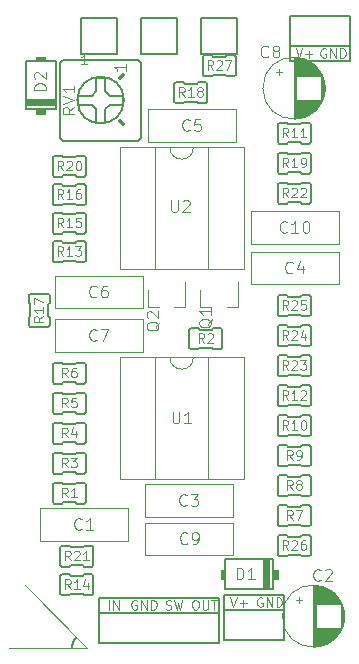
<source format=gbr>
G04 #@! TF.GenerationSoftware,KiCad,Pcbnew,(5.99.0-1452-gb67f18b39)*
G04 #@! TF.CreationDate,2020-04-28T12:12:10+03:00*
G04 #@! TF.ProjectId,agudo,61677564-6f2e-46b6-9963-61645f706362,rev?*
G04 #@! TF.SameCoordinates,Original*
G04 #@! TF.FileFunction,Legend,Top*
G04 #@! TF.FilePolarity,Positive*
%FSLAX46Y46*%
G04 Gerber Fmt 4.6, Leading zero omitted, Abs format (unit mm)*
G04 Created by KiCad (PCBNEW (5.99.0-1452-gb67f18b39)) date 2020-04-28 12:12:10*
%MOMM*%
%LPD*%
G01*
G04 APERTURE LIST*
%ADD10C,0.100000*%
%ADD11C,0.105833*%
%ADD12C,0.127000*%
%ADD13C,0.120000*%
%ADD14C,0.152400*%
%ADD15C,0.304800*%
G04 APERTURE END LIST*
D10*
G36*
X93277944Y-131623676D02*
G01*
X93240682Y-131668788D01*
X93205878Y-131714516D01*
X93173515Y-131760900D01*
X93143580Y-131807978D01*
X93116058Y-131855791D01*
X93090933Y-131904377D01*
X93068192Y-131953776D01*
X93047818Y-132004026D01*
X93029798Y-132055168D01*
X93014116Y-132107239D01*
X93000757Y-132160281D01*
X92989707Y-132214331D01*
X92980952Y-132269429D01*
X92974475Y-132325615D01*
X92970262Y-132382927D01*
X92968299Y-132441404D01*
X92888924Y-132440577D01*
X92891027Y-132378966D01*
X92895564Y-132318410D01*
X92902542Y-132258893D01*
X92911966Y-132200397D01*
X92923843Y-132142906D01*
X92938178Y-132086403D01*
X92954976Y-132030870D01*
X92974244Y-131976292D01*
X92995988Y-131922652D01*
X93020213Y-131869932D01*
X93046925Y-131818115D01*
X93076131Y-131767186D01*
X93107835Y-131717126D01*
X93142044Y-131667920D01*
X93178764Y-131619550D01*
X93218000Y-131572000D01*
X93277944Y-131623676D01*
G37*
X93277944Y-131623676D02*
X93240682Y-131668788D01*
X93205878Y-131714516D01*
X93173515Y-131760900D01*
X93143580Y-131807978D01*
X93116058Y-131855791D01*
X93090933Y-131904377D01*
X93068192Y-131953776D01*
X93047818Y-132004026D01*
X93029798Y-132055168D01*
X93014116Y-132107239D01*
X93000757Y-132160281D01*
X92989707Y-132214331D01*
X92980952Y-132269429D01*
X92974475Y-132325615D01*
X92970262Y-132382927D01*
X92968299Y-132441404D01*
X92888924Y-132440577D01*
X92891027Y-132378966D01*
X92895564Y-132318410D01*
X92902542Y-132258893D01*
X92911966Y-132200397D01*
X92923843Y-132142906D01*
X92938178Y-132086403D01*
X92954976Y-132030870D01*
X92974244Y-131976292D01*
X92995988Y-131922652D01*
X93020213Y-131869932D01*
X93046925Y-131818115D01*
X93076131Y-131767186D01*
X93107835Y-131717126D01*
X93142044Y-131667920D01*
X93178764Y-131619550D01*
X93218000Y-131572000D01*
X93277944Y-131623676D01*
D11*
X87636945Y-132459838D02*
X94251528Y-132459838D01*
X94251528Y-132459838D02*
X88959862Y-127168172D01*
D12*
G04 #@! TO.C,R27*
X106807000Y-83947000D02*
X106680000Y-84074000D01*
X106680000Y-84074000D02*
X106045000Y-84074000D01*
X106045000Y-84074000D02*
X105918000Y-83947000D01*
X105918000Y-83947000D02*
X104902000Y-83947000D01*
X104902000Y-83947000D02*
X104775000Y-84074000D01*
X104775000Y-84074000D02*
X104140000Y-84074000D01*
X104140000Y-84074000D02*
X104013000Y-83947000D01*
X104013000Y-82423000D02*
X104140000Y-82296000D01*
X104140000Y-82296000D02*
X104775000Y-82296000D01*
X104775000Y-82296000D02*
X104902000Y-82423000D01*
X104902000Y-82423000D02*
X105918000Y-82423000D01*
X105918000Y-82423000D02*
X106045000Y-82296000D01*
X106045000Y-82296000D02*
X106680000Y-82296000D01*
X106680000Y-82296000D02*
X106807000Y-82423000D01*
X106807000Y-83947000D02*
X106807000Y-82423000D01*
X104013000Y-83947000D02*
X104013000Y-82423000D01*
G04 #@! TO.C,R26*
X110363000Y-123063000D02*
X110490000Y-122936000D01*
X110490000Y-122936000D02*
X111125000Y-122936000D01*
X111125000Y-122936000D02*
X111252000Y-123063000D01*
X111252000Y-123063000D02*
X112268000Y-123063000D01*
X112268000Y-123063000D02*
X112395000Y-122936000D01*
X112395000Y-122936000D02*
X113030000Y-122936000D01*
X113030000Y-122936000D02*
X113157000Y-123063000D01*
X113157000Y-124587000D02*
X113030000Y-124714000D01*
X113030000Y-124714000D02*
X112395000Y-124714000D01*
X112395000Y-124714000D02*
X112268000Y-124587000D01*
X112268000Y-124587000D02*
X111252000Y-124587000D01*
X111252000Y-124587000D02*
X111125000Y-124714000D01*
X111125000Y-124714000D02*
X110490000Y-124714000D01*
X110490000Y-124714000D02*
X110363000Y-124587000D01*
X110363000Y-123063000D02*
X110363000Y-124587000D01*
X113157000Y-123063000D02*
X113157000Y-124587000D01*
G04 #@! TO.C,R25*
X110363000Y-102743000D02*
X110490000Y-102616000D01*
X110490000Y-102616000D02*
X111125000Y-102616000D01*
X111125000Y-102616000D02*
X111252000Y-102743000D01*
X111252000Y-102743000D02*
X112268000Y-102743000D01*
X112268000Y-102743000D02*
X112395000Y-102616000D01*
X112395000Y-102616000D02*
X113030000Y-102616000D01*
X113030000Y-102616000D02*
X113157000Y-102743000D01*
X113157000Y-104267000D02*
X113030000Y-104394000D01*
X113030000Y-104394000D02*
X112395000Y-104394000D01*
X112395000Y-104394000D02*
X112268000Y-104267000D01*
X112268000Y-104267000D02*
X111252000Y-104267000D01*
X111252000Y-104267000D02*
X111125000Y-104394000D01*
X111125000Y-104394000D02*
X110490000Y-104394000D01*
X110490000Y-104394000D02*
X110363000Y-104267000D01*
X110363000Y-102743000D02*
X110363000Y-104267000D01*
X113157000Y-102743000D02*
X113157000Y-104267000D01*
G04 #@! TO.C,R24*
X110363000Y-105283000D02*
X110490000Y-105156000D01*
X110490000Y-105156000D02*
X111125000Y-105156000D01*
X111125000Y-105156000D02*
X111252000Y-105283000D01*
X111252000Y-105283000D02*
X112268000Y-105283000D01*
X112268000Y-105283000D02*
X112395000Y-105156000D01*
X112395000Y-105156000D02*
X113030000Y-105156000D01*
X113030000Y-105156000D02*
X113157000Y-105283000D01*
X113157000Y-106807000D02*
X113030000Y-106934000D01*
X113030000Y-106934000D02*
X112395000Y-106934000D01*
X112395000Y-106934000D02*
X112268000Y-106807000D01*
X112268000Y-106807000D02*
X111252000Y-106807000D01*
X111252000Y-106807000D02*
X111125000Y-106934000D01*
X111125000Y-106934000D02*
X110490000Y-106934000D01*
X110490000Y-106934000D02*
X110363000Y-106807000D01*
X110363000Y-105283000D02*
X110363000Y-106807000D01*
X113157000Y-105283000D02*
X113157000Y-106807000D01*
G04 #@! TO.C,R23*
X110363000Y-107823000D02*
X110490000Y-107696000D01*
X110490000Y-107696000D02*
X111125000Y-107696000D01*
X111125000Y-107696000D02*
X111252000Y-107823000D01*
X111252000Y-107823000D02*
X112268000Y-107823000D01*
X112268000Y-107823000D02*
X112395000Y-107696000D01*
X112395000Y-107696000D02*
X113030000Y-107696000D01*
X113030000Y-107696000D02*
X113157000Y-107823000D01*
X113157000Y-109347000D02*
X113030000Y-109474000D01*
X113030000Y-109474000D02*
X112395000Y-109474000D01*
X112395000Y-109474000D02*
X112268000Y-109347000D01*
X112268000Y-109347000D02*
X111252000Y-109347000D01*
X111252000Y-109347000D02*
X111125000Y-109474000D01*
X111125000Y-109474000D02*
X110490000Y-109474000D01*
X110490000Y-109474000D02*
X110363000Y-109347000D01*
X110363000Y-107823000D02*
X110363000Y-109347000D01*
X113157000Y-107823000D02*
X113157000Y-109347000D01*
G04 #@! TO.C,R22*
X113157000Y-94742000D02*
X113030000Y-94869000D01*
X113030000Y-94869000D02*
X112395000Y-94869000D01*
X112395000Y-94869000D02*
X112268000Y-94742000D01*
X112268000Y-94742000D02*
X111252000Y-94742000D01*
X111252000Y-94742000D02*
X111125000Y-94869000D01*
X111125000Y-94869000D02*
X110490000Y-94869000D01*
X110490000Y-94869000D02*
X110363000Y-94742000D01*
X110363000Y-93218000D02*
X110490000Y-93091000D01*
X110490000Y-93091000D02*
X111125000Y-93091000D01*
X111125000Y-93091000D02*
X111252000Y-93218000D01*
X111252000Y-93218000D02*
X112268000Y-93218000D01*
X112268000Y-93218000D02*
X112395000Y-93091000D01*
X112395000Y-93091000D02*
X113030000Y-93091000D01*
X113030000Y-93091000D02*
X113157000Y-93218000D01*
X113157000Y-94742000D02*
X113157000Y-93218000D01*
X110363000Y-94742000D02*
X110363000Y-93218000D01*
G04 #@! TO.C,R21*
X91948000Y-123952000D02*
X92075000Y-123825000D01*
X92075000Y-123825000D02*
X92710000Y-123825000D01*
X92710000Y-123825000D02*
X92837000Y-123952000D01*
X92837000Y-123952000D02*
X93853000Y-123952000D01*
X93853000Y-123952000D02*
X93980000Y-123825000D01*
X93980000Y-123825000D02*
X94615000Y-123825000D01*
X94615000Y-123825000D02*
X94742000Y-123952000D01*
X94742000Y-125476000D02*
X94615000Y-125603000D01*
X94615000Y-125603000D02*
X93980000Y-125603000D01*
X93980000Y-125603000D02*
X93853000Y-125476000D01*
X93853000Y-125476000D02*
X92837000Y-125476000D01*
X92837000Y-125476000D02*
X92710000Y-125603000D01*
X92710000Y-125603000D02*
X92075000Y-125603000D01*
X92075000Y-125603000D02*
X91948000Y-125476000D01*
X91948000Y-123952000D02*
X91948000Y-125476000D01*
X94742000Y-123952000D02*
X94742000Y-125476000D01*
G04 #@! TO.C,R20*
X94107000Y-92456000D02*
X93980000Y-92583000D01*
X93980000Y-92583000D02*
X93345000Y-92583000D01*
X93345000Y-92583000D02*
X93218000Y-92456000D01*
X93218000Y-92456000D02*
X92202000Y-92456000D01*
X92202000Y-92456000D02*
X92075000Y-92583000D01*
X92075000Y-92583000D02*
X91440000Y-92583000D01*
X91440000Y-92583000D02*
X91313000Y-92456000D01*
X91313000Y-90932000D02*
X91440000Y-90805000D01*
X91440000Y-90805000D02*
X92075000Y-90805000D01*
X92075000Y-90805000D02*
X92202000Y-90932000D01*
X92202000Y-90932000D02*
X93218000Y-90932000D01*
X93218000Y-90932000D02*
X93345000Y-90805000D01*
X93345000Y-90805000D02*
X93980000Y-90805000D01*
X93980000Y-90805000D02*
X94107000Y-90932000D01*
X94107000Y-92456000D02*
X94107000Y-90932000D01*
X91313000Y-92456000D02*
X91313000Y-90932000D01*
G04 #@! TO.C,R19*
X110363000Y-90678000D02*
X110490000Y-90551000D01*
X110490000Y-90551000D02*
X111125000Y-90551000D01*
X111125000Y-90551000D02*
X111252000Y-90678000D01*
X111252000Y-90678000D02*
X112268000Y-90678000D01*
X112268000Y-90678000D02*
X112395000Y-90551000D01*
X112395000Y-90551000D02*
X113030000Y-90551000D01*
X113030000Y-90551000D02*
X113157000Y-90678000D01*
X113157000Y-92202000D02*
X113030000Y-92329000D01*
X113030000Y-92329000D02*
X112395000Y-92329000D01*
X112395000Y-92329000D02*
X112268000Y-92202000D01*
X112268000Y-92202000D02*
X111252000Y-92202000D01*
X111252000Y-92202000D02*
X111125000Y-92329000D01*
X111125000Y-92329000D02*
X110490000Y-92329000D01*
X110490000Y-92329000D02*
X110363000Y-92202000D01*
X110363000Y-90678000D02*
X110363000Y-92202000D01*
X113157000Y-90678000D02*
X113157000Y-92202000D01*
G04 #@! TO.C,R18*
X104394000Y-86233000D02*
X104267000Y-86360000D01*
X104267000Y-86360000D02*
X103632000Y-86360000D01*
X103632000Y-86360000D02*
X103505000Y-86233000D01*
X103505000Y-86233000D02*
X102489000Y-86233000D01*
X102489000Y-86233000D02*
X102362000Y-86360000D01*
X102362000Y-86360000D02*
X101727000Y-86360000D01*
X101727000Y-86360000D02*
X101600000Y-86233000D01*
X101600000Y-84709000D02*
X101727000Y-84582000D01*
X101727000Y-84582000D02*
X102362000Y-84582000D01*
X102362000Y-84582000D02*
X102489000Y-84709000D01*
X102489000Y-84709000D02*
X103505000Y-84709000D01*
X103505000Y-84709000D02*
X103632000Y-84582000D01*
X103632000Y-84582000D02*
X104267000Y-84582000D01*
X104267000Y-84582000D02*
X104394000Y-84709000D01*
X104394000Y-86233000D02*
X104394000Y-84709000D01*
X101600000Y-86233000D02*
X101600000Y-84709000D01*
G04 #@! TO.C,R17*
X89408000Y-105283000D02*
X89281000Y-105156000D01*
X89281000Y-105156000D02*
X89281000Y-104521000D01*
X89281000Y-104521000D02*
X89408000Y-104394000D01*
X89408000Y-104394000D02*
X89408000Y-103378000D01*
X89408000Y-103378000D02*
X89281000Y-103251000D01*
X89281000Y-103251000D02*
X89281000Y-102616000D01*
X89281000Y-102616000D02*
X89408000Y-102489000D01*
X90932000Y-102489000D02*
X91059000Y-102616000D01*
X91059000Y-102616000D02*
X91059000Y-103251000D01*
X91059000Y-103251000D02*
X90932000Y-103378000D01*
X90932000Y-103378000D02*
X90932000Y-104394000D01*
X90932000Y-104394000D02*
X91059000Y-104521000D01*
X91059000Y-104521000D02*
X91059000Y-105156000D01*
X91059000Y-105156000D02*
X90932000Y-105283000D01*
X89408000Y-105283000D02*
X90932000Y-105283000D01*
X89408000Y-102489000D02*
X90932000Y-102489000D01*
G04 #@! TO.C,R16*
X91313000Y-93345000D02*
X91440000Y-93218000D01*
X91440000Y-93218000D02*
X92075000Y-93218000D01*
X92075000Y-93218000D02*
X92202000Y-93345000D01*
X92202000Y-93345000D02*
X93218000Y-93345000D01*
X93218000Y-93345000D02*
X93345000Y-93218000D01*
X93345000Y-93218000D02*
X93980000Y-93218000D01*
X93980000Y-93218000D02*
X94107000Y-93345000D01*
X94107000Y-94869000D02*
X93980000Y-94996000D01*
X93980000Y-94996000D02*
X93345000Y-94996000D01*
X93345000Y-94996000D02*
X93218000Y-94869000D01*
X93218000Y-94869000D02*
X92202000Y-94869000D01*
X92202000Y-94869000D02*
X92075000Y-94996000D01*
X92075000Y-94996000D02*
X91440000Y-94996000D01*
X91440000Y-94996000D02*
X91313000Y-94869000D01*
X91313000Y-93345000D02*
X91313000Y-94869000D01*
X94107000Y-93345000D02*
X94107000Y-94869000D01*
G04 #@! TO.C,R15*
X91313000Y-95758000D02*
X91440000Y-95631000D01*
X91440000Y-95631000D02*
X92075000Y-95631000D01*
X92075000Y-95631000D02*
X92202000Y-95758000D01*
X92202000Y-95758000D02*
X93218000Y-95758000D01*
X93218000Y-95758000D02*
X93345000Y-95631000D01*
X93345000Y-95631000D02*
X93980000Y-95631000D01*
X93980000Y-95631000D02*
X94107000Y-95758000D01*
X94107000Y-97282000D02*
X93980000Y-97409000D01*
X93980000Y-97409000D02*
X93345000Y-97409000D01*
X93345000Y-97409000D02*
X93218000Y-97282000D01*
X93218000Y-97282000D02*
X92202000Y-97282000D01*
X92202000Y-97282000D02*
X92075000Y-97409000D01*
X92075000Y-97409000D02*
X91440000Y-97409000D01*
X91440000Y-97409000D02*
X91313000Y-97282000D01*
X91313000Y-95758000D02*
X91313000Y-97282000D01*
X94107000Y-95758000D02*
X94107000Y-97282000D01*
G04 #@! TO.C,R14*
X91948000Y-126365000D02*
X92075000Y-126238000D01*
X92075000Y-126238000D02*
X92710000Y-126238000D01*
X92710000Y-126238000D02*
X92837000Y-126365000D01*
X92837000Y-126365000D02*
X93853000Y-126365000D01*
X93853000Y-126365000D02*
X93980000Y-126238000D01*
X93980000Y-126238000D02*
X94615000Y-126238000D01*
X94615000Y-126238000D02*
X94742000Y-126365000D01*
X94742000Y-127889000D02*
X94615000Y-128016000D01*
X94615000Y-128016000D02*
X93980000Y-128016000D01*
X93980000Y-128016000D02*
X93853000Y-127889000D01*
X93853000Y-127889000D02*
X92837000Y-127889000D01*
X92837000Y-127889000D02*
X92710000Y-128016000D01*
X92710000Y-128016000D02*
X92075000Y-128016000D01*
X92075000Y-128016000D02*
X91948000Y-127889000D01*
X91948000Y-126365000D02*
X91948000Y-127889000D01*
X94742000Y-126365000D02*
X94742000Y-127889000D01*
G04 #@! TO.C,R13*
X91313000Y-98171000D02*
X91440000Y-98044000D01*
X91440000Y-98044000D02*
X92075000Y-98044000D01*
X92075000Y-98044000D02*
X92202000Y-98171000D01*
X92202000Y-98171000D02*
X93218000Y-98171000D01*
X93218000Y-98171000D02*
X93345000Y-98044000D01*
X93345000Y-98044000D02*
X93980000Y-98044000D01*
X93980000Y-98044000D02*
X94107000Y-98171000D01*
X94107000Y-99695000D02*
X93980000Y-99822000D01*
X93980000Y-99822000D02*
X93345000Y-99822000D01*
X93345000Y-99822000D02*
X93218000Y-99695000D01*
X93218000Y-99695000D02*
X92202000Y-99695000D01*
X92202000Y-99695000D02*
X92075000Y-99822000D01*
X92075000Y-99822000D02*
X91440000Y-99822000D01*
X91440000Y-99822000D02*
X91313000Y-99695000D01*
X91313000Y-98171000D02*
X91313000Y-99695000D01*
X94107000Y-98171000D02*
X94107000Y-99695000D01*
G04 #@! TO.C,R12*
X113157000Y-111887000D02*
X113030000Y-112014000D01*
X113030000Y-112014000D02*
X112395000Y-112014000D01*
X112395000Y-112014000D02*
X112268000Y-111887000D01*
X112268000Y-111887000D02*
X111252000Y-111887000D01*
X111252000Y-111887000D02*
X111125000Y-112014000D01*
X111125000Y-112014000D02*
X110490000Y-112014000D01*
X110490000Y-112014000D02*
X110363000Y-111887000D01*
X110363000Y-110363000D02*
X110490000Y-110236000D01*
X110490000Y-110236000D02*
X111125000Y-110236000D01*
X111125000Y-110236000D02*
X111252000Y-110363000D01*
X111252000Y-110363000D02*
X112268000Y-110363000D01*
X112268000Y-110363000D02*
X112395000Y-110236000D01*
X112395000Y-110236000D02*
X113030000Y-110236000D01*
X113030000Y-110236000D02*
X113157000Y-110363000D01*
X113157000Y-111887000D02*
X113157000Y-110363000D01*
X110363000Y-111887000D02*
X110363000Y-110363000D01*
G04 #@! TO.C,R11*
X110363000Y-88138000D02*
X110490000Y-88011000D01*
X110490000Y-88011000D02*
X111125000Y-88011000D01*
X111125000Y-88011000D02*
X111252000Y-88138000D01*
X111252000Y-88138000D02*
X112268000Y-88138000D01*
X112268000Y-88138000D02*
X112395000Y-88011000D01*
X112395000Y-88011000D02*
X113030000Y-88011000D01*
X113030000Y-88011000D02*
X113157000Y-88138000D01*
X113157000Y-89662000D02*
X113030000Y-89789000D01*
X113030000Y-89789000D02*
X112395000Y-89789000D01*
X112395000Y-89789000D02*
X112268000Y-89662000D01*
X112268000Y-89662000D02*
X111252000Y-89662000D01*
X111252000Y-89662000D02*
X111125000Y-89789000D01*
X111125000Y-89789000D02*
X110490000Y-89789000D01*
X110490000Y-89789000D02*
X110363000Y-89662000D01*
X110363000Y-88138000D02*
X110363000Y-89662000D01*
X113157000Y-88138000D02*
X113157000Y-89662000D01*
G04 #@! TO.C,R10*
X113157000Y-114427000D02*
X113030000Y-114554000D01*
X113030000Y-114554000D02*
X112395000Y-114554000D01*
X112395000Y-114554000D02*
X112268000Y-114427000D01*
X112268000Y-114427000D02*
X111252000Y-114427000D01*
X111252000Y-114427000D02*
X111125000Y-114554000D01*
X111125000Y-114554000D02*
X110490000Y-114554000D01*
X110490000Y-114554000D02*
X110363000Y-114427000D01*
X110363000Y-112903000D02*
X110490000Y-112776000D01*
X110490000Y-112776000D02*
X111125000Y-112776000D01*
X111125000Y-112776000D02*
X111252000Y-112903000D01*
X111252000Y-112903000D02*
X112268000Y-112903000D01*
X112268000Y-112903000D02*
X112395000Y-112776000D01*
X112395000Y-112776000D02*
X113030000Y-112776000D01*
X113030000Y-112776000D02*
X113157000Y-112903000D01*
X113157000Y-114427000D02*
X113157000Y-112903000D01*
X110363000Y-114427000D02*
X110363000Y-112903000D01*
G04 #@! TO.C,R9*
X113157000Y-116967000D02*
X113030000Y-117094000D01*
X113030000Y-117094000D02*
X112395000Y-117094000D01*
X112395000Y-117094000D02*
X112268000Y-116967000D01*
X112268000Y-116967000D02*
X111252000Y-116967000D01*
X111252000Y-116967000D02*
X111125000Y-117094000D01*
X111125000Y-117094000D02*
X110490000Y-117094000D01*
X110490000Y-117094000D02*
X110363000Y-116967000D01*
X110363000Y-115443000D02*
X110490000Y-115316000D01*
X110490000Y-115316000D02*
X111125000Y-115316000D01*
X111125000Y-115316000D02*
X111252000Y-115443000D01*
X111252000Y-115443000D02*
X112268000Y-115443000D01*
X112268000Y-115443000D02*
X112395000Y-115316000D01*
X112395000Y-115316000D02*
X113030000Y-115316000D01*
X113030000Y-115316000D02*
X113157000Y-115443000D01*
X113157000Y-116967000D02*
X113157000Y-115443000D01*
X110363000Y-116967000D02*
X110363000Y-115443000D01*
G04 #@! TO.C,R8*
X113157000Y-119507000D02*
X113030000Y-119634000D01*
X113030000Y-119634000D02*
X112395000Y-119634000D01*
X112395000Y-119634000D02*
X112268000Y-119507000D01*
X112268000Y-119507000D02*
X111252000Y-119507000D01*
X111252000Y-119507000D02*
X111125000Y-119634000D01*
X111125000Y-119634000D02*
X110490000Y-119634000D01*
X110490000Y-119634000D02*
X110363000Y-119507000D01*
X110363000Y-117983000D02*
X110490000Y-117856000D01*
X110490000Y-117856000D02*
X111125000Y-117856000D01*
X111125000Y-117856000D02*
X111252000Y-117983000D01*
X111252000Y-117983000D02*
X112268000Y-117983000D01*
X112268000Y-117983000D02*
X112395000Y-117856000D01*
X112395000Y-117856000D02*
X113030000Y-117856000D01*
X113030000Y-117856000D02*
X113157000Y-117983000D01*
X113157000Y-119507000D02*
X113157000Y-117983000D01*
X110363000Y-119507000D02*
X110363000Y-117983000D01*
G04 #@! TO.C,R7*
X113157000Y-122047000D02*
X113030000Y-122174000D01*
X113030000Y-122174000D02*
X112395000Y-122174000D01*
X112395000Y-122174000D02*
X112268000Y-122047000D01*
X112268000Y-122047000D02*
X111252000Y-122047000D01*
X111252000Y-122047000D02*
X111125000Y-122174000D01*
X111125000Y-122174000D02*
X110490000Y-122174000D01*
X110490000Y-122174000D02*
X110363000Y-122047000D01*
X110363000Y-120523000D02*
X110490000Y-120396000D01*
X110490000Y-120396000D02*
X111125000Y-120396000D01*
X111125000Y-120396000D02*
X111252000Y-120523000D01*
X111252000Y-120523000D02*
X112268000Y-120523000D01*
X112268000Y-120523000D02*
X112395000Y-120396000D01*
X112395000Y-120396000D02*
X113030000Y-120396000D01*
X113030000Y-120396000D02*
X113157000Y-120523000D01*
X113157000Y-122047000D02*
X113157000Y-120523000D01*
X110363000Y-122047000D02*
X110363000Y-120523000D01*
G04 #@! TO.C,R6*
X91313000Y-108458000D02*
X91440000Y-108331000D01*
X91440000Y-108331000D02*
X92075000Y-108331000D01*
X92075000Y-108331000D02*
X92202000Y-108458000D01*
X92202000Y-108458000D02*
X93218000Y-108458000D01*
X93218000Y-108458000D02*
X93345000Y-108331000D01*
X93345000Y-108331000D02*
X93980000Y-108331000D01*
X93980000Y-108331000D02*
X94107000Y-108458000D01*
X94107000Y-109982000D02*
X93980000Y-110109000D01*
X93980000Y-110109000D02*
X93345000Y-110109000D01*
X93345000Y-110109000D02*
X93218000Y-109982000D01*
X93218000Y-109982000D02*
X92202000Y-109982000D01*
X92202000Y-109982000D02*
X92075000Y-110109000D01*
X92075000Y-110109000D02*
X91440000Y-110109000D01*
X91440000Y-110109000D02*
X91313000Y-109982000D01*
X91313000Y-108458000D02*
X91313000Y-109982000D01*
X94107000Y-108458000D02*
X94107000Y-109982000D01*
G04 #@! TO.C,R5*
X94107000Y-112522000D02*
X93980000Y-112649000D01*
X93980000Y-112649000D02*
X93345000Y-112649000D01*
X93345000Y-112649000D02*
X93218000Y-112522000D01*
X93218000Y-112522000D02*
X92202000Y-112522000D01*
X92202000Y-112522000D02*
X92075000Y-112649000D01*
X92075000Y-112649000D02*
X91440000Y-112649000D01*
X91440000Y-112649000D02*
X91313000Y-112522000D01*
X91313000Y-110998000D02*
X91440000Y-110871000D01*
X91440000Y-110871000D02*
X92075000Y-110871000D01*
X92075000Y-110871000D02*
X92202000Y-110998000D01*
X92202000Y-110998000D02*
X93218000Y-110998000D01*
X93218000Y-110998000D02*
X93345000Y-110871000D01*
X93345000Y-110871000D02*
X93980000Y-110871000D01*
X93980000Y-110871000D02*
X94107000Y-110998000D01*
X94107000Y-112522000D02*
X94107000Y-110998000D01*
X91313000Y-112522000D02*
X91313000Y-110998000D01*
G04 #@! TO.C,R4*
X94107000Y-115062000D02*
X93980000Y-115189000D01*
X93980000Y-115189000D02*
X93345000Y-115189000D01*
X93345000Y-115189000D02*
X93218000Y-115062000D01*
X93218000Y-115062000D02*
X92202000Y-115062000D01*
X92202000Y-115062000D02*
X92075000Y-115189000D01*
X92075000Y-115189000D02*
X91440000Y-115189000D01*
X91440000Y-115189000D02*
X91313000Y-115062000D01*
X91313000Y-113538000D02*
X91440000Y-113411000D01*
X91440000Y-113411000D02*
X92075000Y-113411000D01*
X92075000Y-113411000D02*
X92202000Y-113538000D01*
X92202000Y-113538000D02*
X93218000Y-113538000D01*
X93218000Y-113538000D02*
X93345000Y-113411000D01*
X93345000Y-113411000D02*
X93980000Y-113411000D01*
X93980000Y-113411000D02*
X94107000Y-113538000D01*
X94107000Y-115062000D02*
X94107000Y-113538000D01*
X91313000Y-115062000D02*
X91313000Y-113538000D01*
G04 #@! TO.C,R3*
X91313000Y-116078000D02*
X91440000Y-115951000D01*
X91440000Y-115951000D02*
X92075000Y-115951000D01*
X92075000Y-115951000D02*
X92202000Y-116078000D01*
X92202000Y-116078000D02*
X93218000Y-116078000D01*
X93218000Y-116078000D02*
X93345000Y-115951000D01*
X93345000Y-115951000D02*
X93980000Y-115951000D01*
X93980000Y-115951000D02*
X94107000Y-116078000D01*
X94107000Y-117602000D02*
X93980000Y-117729000D01*
X93980000Y-117729000D02*
X93345000Y-117729000D01*
X93345000Y-117729000D02*
X93218000Y-117602000D01*
X93218000Y-117602000D02*
X92202000Y-117602000D01*
X92202000Y-117602000D02*
X92075000Y-117729000D01*
X92075000Y-117729000D02*
X91440000Y-117729000D01*
X91440000Y-117729000D02*
X91313000Y-117602000D01*
X91313000Y-116078000D02*
X91313000Y-117602000D01*
X94107000Y-116078000D02*
X94107000Y-117602000D01*
G04 #@! TO.C,R2*
X105664000Y-107061000D02*
X105537000Y-107188000D01*
X105537000Y-107188000D02*
X104902000Y-107188000D01*
X104902000Y-107188000D02*
X104775000Y-107061000D01*
X104775000Y-107061000D02*
X103759000Y-107061000D01*
X103759000Y-107061000D02*
X103632000Y-107188000D01*
X103632000Y-107188000D02*
X102997000Y-107188000D01*
X102997000Y-107188000D02*
X102870000Y-107061000D01*
X102870000Y-105537000D02*
X102997000Y-105410000D01*
X102997000Y-105410000D02*
X103632000Y-105410000D01*
X103632000Y-105410000D02*
X103759000Y-105537000D01*
X103759000Y-105537000D02*
X104775000Y-105537000D01*
X104775000Y-105537000D02*
X104902000Y-105410000D01*
X104902000Y-105410000D02*
X105537000Y-105410000D01*
X105537000Y-105410000D02*
X105664000Y-105537000D01*
X105664000Y-107061000D02*
X105664000Y-105537000D01*
X102870000Y-107061000D02*
X102870000Y-105537000D01*
G04 #@! TO.C,R1*
X91313000Y-118618000D02*
X91440000Y-118491000D01*
X91440000Y-118491000D02*
X92075000Y-118491000D01*
X92075000Y-118491000D02*
X92202000Y-118618000D01*
X92202000Y-118618000D02*
X93218000Y-118618000D01*
X93218000Y-118618000D02*
X93345000Y-118491000D01*
X93345000Y-118491000D02*
X93980000Y-118491000D01*
X93980000Y-118491000D02*
X94107000Y-118618000D01*
X94107000Y-120142000D02*
X93980000Y-120269000D01*
X93980000Y-120269000D02*
X93345000Y-120269000D01*
X93345000Y-120269000D02*
X93218000Y-120142000D01*
X93218000Y-120142000D02*
X92202000Y-120142000D01*
X92202000Y-120142000D02*
X92075000Y-120269000D01*
X92075000Y-120269000D02*
X91440000Y-120269000D01*
X91440000Y-120269000D02*
X91313000Y-120142000D01*
X91313000Y-118618000D02*
X91313000Y-120142000D01*
X94107000Y-118618000D02*
X94107000Y-120142000D01*
G04 #@! TO.C,RV2*
X106934000Y-82169000D02*
X103886000Y-82169000D01*
X101854000Y-82169000D02*
X98806000Y-82169000D01*
X96774000Y-82169000D02*
X93726000Y-82169000D01*
X106934000Y-82169000D02*
X106934000Y-79121000D01*
X106934000Y-79121000D02*
X103886000Y-79121000D01*
X103886000Y-79121000D02*
X103886000Y-82169000D01*
X101854000Y-82169000D02*
X101854000Y-79121000D01*
X101854000Y-79121000D02*
X98806000Y-79121000D01*
X98806000Y-79121000D02*
X98806000Y-82169000D01*
X96774000Y-82169000D02*
X96774000Y-79121000D01*
X96774000Y-79121000D02*
X93726000Y-79121000D01*
X93726000Y-79121000D02*
X93726000Y-82169000D01*
G04 #@! TO.C,J3*
X116459000Y-82804000D02*
X116459000Y-81534000D01*
X111379000Y-82804000D02*
X111379000Y-81534000D01*
X116459000Y-82804000D02*
X111379000Y-82804000D01*
X116459000Y-81534000D02*
X116459000Y-78994000D01*
X111379000Y-81534000D02*
X111379000Y-78994000D01*
X116459000Y-81534000D02*
X111379000Y-81534000D01*
X111379000Y-78994000D02*
X116459000Y-78994000D01*
D13*
G04 #@! TO.C,U2*
X103235000Y-90110000D02*
G75*
G02*
X101235000Y-90110000I-1000000J0D01*
G01*
X101235000Y-90110000D02*
X99985000Y-90110000D01*
X99985000Y-90110000D02*
X99985000Y-100390000D01*
X99985000Y-100390000D02*
X104485000Y-100390000D01*
X104485000Y-100390000D02*
X104485000Y-90110000D01*
X104485000Y-90110000D02*
X103235000Y-90110000D01*
X96985000Y-90050000D02*
X96985000Y-100450000D01*
X96985000Y-100450000D02*
X107485000Y-100450000D01*
X107485000Y-100450000D02*
X107485000Y-90050000D01*
X107485000Y-90050000D02*
X96985000Y-90050000D01*
G04 #@! TO.C,U1*
X103235000Y-107890000D02*
G75*
G02*
X101235000Y-107890000I-1000000J0D01*
G01*
X101235000Y-107890000D02*
X99985000Y-107890000D01*
X99985000Y-107890000D02*
X99985000Y-118170000D01*
X99985000Y-118170000D02*
X104485000Y-118170000D01*
X104485000Y-118170000D02*
X104485000Y-107890000D01*
X104485000Y-107890000D02*
X103235000Y-107890000D01*
X96985000Y-107830000D02*
X96985000Y-118230000D01*
X96985000Y-118230000D02*
X107485000Y-118230000D01*
X107485000Y-118230000D02*
X107485000Y-107830000D01*
X107485000Y-107830000D02*
X96985000Y-107830000D01*
D12*
G04 #@! TO.C,RV1*
X97348500Y-86106000D02*
G75*
G03*
X97348500Y-86106000I-1971500J0D01*
G01*
D14*
X98806000Y-89281000D02*
X98806000Y-82931000D01*
X98806000Y-89281000D02*
X98552000Y-89535000D01*
X91948000Y-89281000D02*
X92202000Y-89535000D01*
X92202000Y-89535000D02*
X98552000Y-89535000D01*
X91948000Y-82931000D02*
X92202000Y-82677000D01*
X98806000Y-82931000D02*
X98552000Y-82677000D01*
X98552000Y-82677000D02*
X92202000Y-82677000D01*
X94996000Y-86868000D02*
X94996000Y-88011000D01*
X94996000Y-88011000D02*
X95758000Y-88011000D01*
X95758000Y-88011000D02*
X95758000Y-86868000D01*
X95758000Y-86868000D02*
X96139000Y-86487000D01*
X97282000Y-86487000D02*
X97282000Y-85725000D01*
X96139000Y-85725000D02*
X95758000Y-85344000D01*
X95758000Y-85344000D02*
X95758000Y-84201000D01*
X95758000Y-84201000D02*
X94996000Y-84201000D01*
X94996000Y-84201000D02*
X94996000Y-85344000D01*
X94615000Y-85725000D02*
X94996000Y-85344000D01*
X93472000Y-85725000D02*
X93472000Y-86487000D01*
X94615000Y-86487000D02*
X94996000Y-86868000D01*
D15*
X97028000Y-87884000D02*
X97282000Y-88138000D01*
X97028000Y-84201000D02*
X97282000Y-83947000D01*
D14*
X96139000Y-86487000D02*
X97282000Y-86487000D01*
X97282000Y-85725000D02*
X96139000Y-85725000D01*
X93472000Y-86487000D02*
X94615000Y-86487000D01*
X94615000Y-85725000D02*
X93472000Y-85725000D01*
X91948000Y-82931000D02*
X91948000Y-89281000D01*
D13*
G04 #@! TO.C,Q2*
X99385000Y-103630000D02*
X100315000Y-103630000D01*
X102545000Y-103630000D02*
X101615000Y-103630000D01*
X102545000Y-103630000D02*
X102545000Y-101470000D01*
X99385000Y-103630000D02*
X99385000Y-102170000D01*
G04 #@! TO.C,Q1*
X103830000Y-103630000D02*
X104760000Y-103630000D01*
X106990000Y-103630000D02*
X106060000Y-103630000D01*
X106990000Y-103630000D02*
X106990000Y-101470000D01*
X103830000Y-103630000D02*
X103830000Y-102170000D01*
D12*
G04 #@! TO.C,J2*
X105854500Y-129286000D02*
X110934500Y-129286000D01*
X110934500Y-131826000D02*
X105854500Y-131826000D01*
X105854500Y-131826000D02*
X105854500Y-129286000D01*
X110934500Y-131826000D02*
X110934500Y-129286000D01*
X110934500Y-128016000D02*
X105854500Y-128016000D01*
X105854500Y-129286000D02*
X105854500Y-128016000D01*
X110934500Y-129286000D02*
X110934500Y-128016000D01*
G04 #@! TO.C,J1*
X95237300Y-129514600D02*
X105397300Y-129514600D01*
X105397300Y-132054600D02*
X95237300Y-132054600D01*
X95237300Y-132054600D02*
X95237300Y-129514600D01*
X105397300Y-132054600D02*
X105397300Y-129514600D01*
X105397300Y-128244600D02*
X95237300Y-128244600D01*
X95237300Y-129514600D02*
X95237300Y-128244600D01*
X105397300Y-129514600D02*
X105397300Y-128244600D01*
D14*
G04 #@! TO.C,D2*
X91567000Y-82804000D02*
X91567000Y-86868000D01*
X91567000Y-82804000D02*
X89027000Y-82804000D01*
X89027000Y-86868000D02*
X89027000Y-82804000D01*
X89027000Y-86868000D02*
X91567000Y-86868000D01*
G36*
X91567000Y-86487000D02*
G01*
X89027000Y-86487000D01*
X89027000Y-85979000D01*
X91567000Y-85979000D01*
X91567000Y-86487000D01*
G37*
D10*
X91567000Y-86487000D02*
X89027000Y-86487000D01*
X89027000Y-85979000D01*
X91567000Y-85979000D01*
X91567000Y-86487000D01*
G36*
X90678000Y-87249000D02*
G01*
X89916000Y-87249000D01*
X89916000Y-86868000D01*
X90678000Y-86868000D01*
X90678000Y-87249000D01*
G37*
X90678000Y-87249000D02*
X89916000Y-87249000D01*
X89916000Y-86868000D01*
X90678000Y-86868000D01*
X90678000Y-87249000D01*
G36*
X90678000Y-82804000D02*
G01*
X89916000Y-82804000D01*
X89916000Y-82423000D01*
X90678000Y-82423000D01*
X90678000Y-82804000D01*
G37*
X90678000Y-82804000D02*
X89916000Y-82804000D01*
X89916000Y-82423000D01*
X90678000Y-82423000D01*
X90678000Y-82804000D01*
D14*
G04 #@! TO.C,D1*
X105918000Y-124968000D02*
X109982000Y-124968000D01*
X105918000Y-124968000D02*
X105918000Y-127508000D01*
X109982000Y-127508000D02*
X105918000Y-127508000D01*
X109982000Y-127508000D02*
X109982000Y-124968000D01*
G36*
X109601000Y-127508000D02*
G01*
X109093000Y-127508000D01*
X109093000Y-124968000D01*
X109601000Y-124968000D01*
X109601000Y-127508000D01*
G37*
D10*
X109601000Y-127508000D02*
X109093000Y-127508000D01*
X109093000Y-124968000D01*
X109601000Y-124968000D01*
X109601000Y-127508000D01*
G36*
X110363000Y-126619000D02*
G01*
X109982000Y-126619000D01*
X109982000Y-125857000D01*
X110363000Y-125857000D01*
X110363000Y-126619000D01*
G37*
X110363000Y-126619000D02*
X109982000Y-126619000D01*
X109982000Y-125857000D01*
X110363000Y-125857000D01*
X110363000Y-126619000D01*
G36*
X105918000Y-126619000D02*
G01*
X105537000Y-126619000D01*
X105537000Y-125857000D01*
X105918000Y-125857000D01*
X105918000Y-126619000D01*
G37*
X105918000Y-126619000D02*
X105537000Y-126619000D01*
X105537000Y-125857000D01*
X105918000Y-125857000D01*
X105918000Y-126619000D01*
D13*
G04 #@! TO.C,C10*
X108080000Y-98271000D02*
X108080000Y-95531000D01*
X115520000Y-98271000D02*
X115520000Y-95531000D01*
X115520000Y-95531000D02*
X108080000Y-95531000D01*
X115520000Y-98271000D02*
X108080000Y-98271000D01*
G04 #@! TO.C,C9*
X106613500Y-121883500D02*
X106613500Y-124623500D01*
X99173500Y-121883500D02*
X99173500Y-124623500D01*
X99173500Y-124623500D02*
X106613500Y-124623500D01*
X99173500Y-121883500D02*
X106613500Y-121883500D01*
G04 #@! TO.C,C8*
X114360000Y-85090000D02*
G75*
G03*
X114360000Y-85090000I-2620000J0D01*
G01*
X111740000Y-82510000D02*
X111740000Y-87670000D01*
X111780000Y-82510000D02*
X111780000Y-87670000D01*
X111820000Y-82511000D02*
X111820000Y-87669000D01*
X111860000Y-82512000D02*
X111860000Y-87668000D01*
X111900000Y-82514000D02*
X111900000Y-87666000D01*
X111940000Y-82517000D02*
X111940000Y-87663000D01*
X111980000Y-82521000D02*
X111980000Y-84050000D01*
X111980000Y-86130000D02*
X111980000Y-87659000D01*
X112020000Y-82525000D02*
X112020000Y-84050000D01*
X112020000Y-86130000D02*
X112020000Y-87655000D01*
X112060000Y-82529000D02*
X112060000Y-84050000D01*
X112060000Y-86130000D02*
X112060000Y-87651000D01*
X112100000Y-82534000D02*
X112100000Y-84050000D01*
X112100000Y-86130000D02*
X112100000Y-87646000D01*
X112140000Y-82540000D02*
X112140000Y-84050000D01*
X112140000Y-86130000D02*
X112140000Y-87640000D01*
X112180000Y-82547000D02*
X112180000Y-84050000D01*
X112180000Y-86130000D02*
X112180000Y-87633000D01*
X112220000Y-82554000D02*
X112220000Y-84050000D01*
X112220000Y-86130000D02*
X112220000Y-87626000D01*
X112260000Y-82562000D02*
X112260000Y-84050000D01*
X112260000Y-86130000D02*
X112260000Y-87618000D01*
X112300000Y-82570000D02*
X112300000Y-84050000D01*
X112300000Y-86130000D02*
X112300000Y-87610000D01*
X112340000Y-82579000D02*
X112340000Y-84050000D01*
X112340000Y-86130000D02*
X112340000Y-87601000D01*
X112380000Y-82589000D02*
X112380000Y-84050000D01*
X112380000Y-86130000D02*
X112380000Y-87591000D01*
X112420000Y-82599000D02*
X112420000Y-84050000D01*
X112420000Y-86130000D02*
X112420000Y-87581000D01*
X112461000Y-82610000D02*
X112461000Y-84050000D01*
X112461000Y-86130000D02*
X112461000Y-87570000D01*
X112501000Y-82622000D02*
X112501000Y-84050000D01*
X112501000Y-86130000D02*
X112501000Y-87558000D01*
X112541000Y-82635000D02*
X112541000Y-84050000D01*
X112541000Y-86130000D02*
X112541000Y-87545000D01*
X112581000Y-82648000D02*
X112581000Y-84050000D01*
X112581000Y-86130000D02*
X112581000Y-87532000D01*
X112621000Y-82662000D02*
X112621000Y-84050000D01*
X112621000Y-86130000D02*
X112621000Y-87518000D01*
X112661000Y-82676000D02*
X112661000Y-84050000D01*
X112661000Y-86130000D02*
X112661000Y-87504000D01*
X112701000Y-82692000D02*
X112701000Y-84050000D01*
X112701000Y-86130000D02*
X112701000Y-87488000D01*
X112741000Y-82708000D02*
X112741000Y-84050000D01*
X112741000Y-86130000D02*
X112741000Y-87472000D01*
X112781000Y-82725000D02*
X112781000Y-84050000D01*
X112781000Y-86130000D02*
X112781000Y-87455000D01*
X112821000Y-82742000D02*
X112821000Y-84050000D01*
X112821000Y-86130000D02*
X112821000Y-87438000D01*
X112861000Y-82761000D02*
X112861000Y-84050000D01*
X112861000Y-86130000D02*
X112861000Y-87419000D01*
X112901000Y-82780000D02*
X112901000Y-84050000D01*
X112901000Y-86130000D02*
X112901000Y-87400000D01*
X112941000Y-82800000D02*
X112941000Y-84050000D01*
X112941000Y-86130000D02*
X112941000Y-87380000D01*
X112981000Y-82822000D02*
X112981000Y-84050000D01*
X112981000Y-86130000D02*
X112981000Y-87358000D01*
X113021000Y-82843000D02*
X113021000Y-84050000D01*
X113021000Y-86130000D02*
X113021000Y-87337000D01*
X113061000Y-82866000D02*
X113061000Y-84050000D01*
X113061000Y-86130000D02*
X113061000Y-87314000D01*
X113101000Y-82890000D02*
X113101000Y-84050000D01*
X113101000Y-86130000D02*
X113101000Y-87290000D01*
X113141000Y-82915000D02*
X113141000Y-84050000D01*
X113141000Y-86130000D02*
X113141000Y-87265000D01*
X113181000Y-82941000D02*
X113181000Y-84050000D01*
X113181000Y-86130000D02*
X113181000Y-87239000D01*
X113221000Y-82968000D02*
X113221000Y-84050000D01*
X113221000Y-86130000D02*
X113221000Y-87212000D01*
X113261000Y-82995000D02*
X113261000Y-84050000D01*
X113261000Y-86130000D02*
X113261000Y-87185000D01*
X113301000Y-83025000D02*
X113301000Y-84050000D01*
X113301000Y-86130000D02*
X113301000Y-87155000D01*
X113341000Y-83055000D02*
X113341000Y-84050000D01*
X113341000Y-86130000D02*
X113341000Y-87125000D01*
X113381000Y-83086000D02*
X113381000Y-84050000D01*
X113381000Y-86130000D02*
X113381000Y-87094000D01*
X113421000Y-83119000D02*
X113421000Y-84050000D01*
X113421000Y-86130000D02*
X113421000Y-87061000D01*
X113461000Y-83153000D02*
X113461000Y-84050000D01*
X113461000Y-86130000D02*
X113461000Y-87027000D01*
X113501000Y-83189000D02*
X113501000Y-84050000D01*
X113501000Y-86130000D02*
X113501000Y-86991000D01*
X113541000Y-83226000D02*
X113541000Y-84050000D01*
X113541000Y-86130000D02*
X113541000Y-86954000D01*
X113581000Y-83264000D02*
X113581000Y-84050000D01*
X113581000Y-86130000D02*
X113581000Y-86916000D01*
X113621000Y-83305000D02*
X113621000Y-84050000D01*
X113621000Y-86130000D02*
X113621000Y-86875000D01*
X113661000Y-83347000D02*
X113661000Y-84050000D01*
X113661000Y-86130000D02*
X113661000Y-86833000D01*
X113701000Y-83391000D02*
X113701000Y-84050000D01*
X113701000Y-86130000D02*
X113701000Y-86789000D01*
X113741000Y-83437000D02*
X113741000Y-84050000D01*
X113741000Y-86130000D02*
X113741000Y-86743000D01*
X113781000Y-83485000D02*
X113781000Y-84050000D01*
X113781000Y-86130000D02*
X113781000Y-86695000D01*
X113821000Y-83536000D02*
X113821000Y-84050000D01*
X113821000Y-86130000D02*
X113821000Y-86644000D01*
X113861000Y-83590000D02*
X113861000Y-84050000D01*
X113861000Y-86130000D02*
X113861000Y-86590000D01*
X113901000Y-83647000D02*
X113901000Y-84050000D01*
X113901000Y-86130000D02*
X113901000Y-86533000D01*
X113941000Y-83707000D02*
X113941000Y-84050000D01*
X113941000Y-86130000D02*
X113941000Y-86473000D01*
X113981000Y-83771000D02*
X113981000Y-84050000D01*
X113981000Y-86130000D02*
X113981000Y-86409000D01*
X114021000Y-83839000D02*
X114021000Y-84050000D01*
X114021000Y-86130000D02*
X114021000Y-86341000D01*
X114061000Y-83912000D02*
X114061000Y-86268000D01*
X114101000Y-83992000D02*
X114101000Y-86188000D01*
X114141000Y-84079000D02*
X114141000Y-86101000D01*
X114181000Y-84175000D02*
X114181000Y-86005000D01*
X114221000Y-84285000D02*
X114221000Y-85895000D01*
X114261000Y-84413000D02*
X114261000Y-85767000D01*
X114301000Y-84572000D02*
X114301000Y-85608000D01*
X114341000Y-84806000D02*
X114341000Y-85374000D01*
X110240000Y-83693000D02*
X110740000Y-83693000D01*
X110490000Y-83443000D02*
X110490000Y-83943000D01*
G04 #@! TO.C,C7*
X98930000Y-104675000D02*
X98930000Y-107415000D01*
X91490000Y-104675000D02*
X91490000Y-107415000D01*
X91490000Y-107415000D02*
X98930000Y-107415000D01*
X91490000Y-104675000D02*
X98930000Y-104675000D01*
G04 #@! TO.C,C6*
X98930000Y-100992000D02*
X98930000Y-103732000D01*
X91490000Y-100992000D02*
X91490000Y-103732000D01*
X91490000Y-103732000D02*
X98930000Y-103732000D01*
X91490000Y-100992000D02*
X98930000Y-100992000D01*
G04 #@! TO.C,C5*
X106804000Y-86895000D02*
X106804000Y-89635000D01*
X99364000Y-86895000D02*
X99364000Y-89635000D01*
X99364000Y-89635000D02*
X106804000Y-89635000D01*
X99364000Y-86895000D02*
X106804000Y-86895000D01*
G04 #@! TO.C,C4*
X108080000Y-101700000D02*
X108080000Y-98960000D01*
X115520000Y-101700000D02*
X115520000Y-98960000D01*
X115520000Y-98960000D02*
X108080000Y-98960000D01*
X115520000Y-101700000D02*
X108080000Y-101700000D01*
G04 #@! TO.C,C3*
X106550000Y-118645000D02*
X106550000Y-121385000D01*
X99110000Y-118645000D02*
X99110000Y-121385000D01*
X99110000Y-121385000D02*
X106550000Y-121385000D01*
X99110000Y-118645000D02*
X106550000Y-118645000D01*
G04 #@! TO.C,C2*
X116011000Y-129794000D02*
G75*
G03*
X116011000Y-129794000I-2620000J0D01*
G01*
X113391000Y-127214000D02*
X113391000Y-132374000D01*
X113431000Y-127214000D02*
X113431000Y-132374000D01*
X113471000Y-127215000D02*
X113471000Y-132373000D01*
X113511000Y-127216000D02*
X113511000Y-132372000D01*
X113551000Y-127218000D02*
X113551000Y-132370000D01*
X113591000Y-127221000D02*
X113591000Y-132367000D01*
X113631000Y-127225000D02*
X113631000Y-128754000D01*
X113631000Y-130834000D02*
X113631000Y-132363000D01*
X113671000Y-127229000D02*
X113671000Y-128754000D01*
X113671000Y-130834000D02*
X113671000Y-132359000D01*
X113711000Y-127233000D02*
X113711000Y-128754000D01*
X113711000Y-130834000D02*
X113711000Y-132355000D01*
X113751000Y-127238000D02*
X113751000Y-128754000D01*
X113751000Y-130834000D02*
X113751000Y-132350000D01*
X113791000Y-127244000D02*
X113791000Y-128754000D01*
X113791000Y-130834000D02*
X113791000Y-132344000D01*
X113831000Y-127251000D02*
X113831000Y-128754000D01*
X113831000Y-130834000D02*
X113831000Y-132337000D01*
X113871000Y-127258000D02*
X113871000Y-128754000D01*
X113871000Y-130834000D02*
X113871000Y-132330000D01*
X113911000Y-127266000D02*
X113911000Y-128754000D01*
X113911000Y-130834000D02*
X113911000Y-132322000D01*
X113951000Y-127274000D02*
X113951000Y-128754000D01*
X113951000Y-130834000D02*
X113951000Y-132314000D01*
X113991000Y-127283000D02*
X113991000Y-128754000D01*
X113991000Y-130834000D02*
X113991000Y-132305000D01*
X114031000Y-127293000D02*
X114031000Y-128754000D01*
X114031000Y-130834000D02*
X114031000Y-132295000D01*
X114071000Y-127303000D02*
X114071000Y-128754000D01*
X114071000Y-130834000D02*
X114071000Y-132285000D01*
X114112000Y-127314000D02*
X114112000Y-128754000D01*
X114112000Y-130834000D02*
X114112000Y-132274000D01*
X114152000Y-127326000D02*
X114152000Y-128754000D01*
X114152000Y-130834000D02*
X114152000Y-132262000D01*
X114192000Y-127339000D02*
X114192000Y-128754000D01*
X114192000Y-130834000D02*
X114192000Y-132249000D01*
X114232000Y-127352000D02*
X114232000Y-128754000D01*
X114232000Y-130834000D02*
X114232000Y-132236000D01*
X114272000Y-127366000D02*
X114272000Y-128754000D01*
X114272000Y-130834000D02*
X114272000Y-132222000D01*
X114312000Y-127380000D02*
X114312000Y-128754000D01*
X114312000Y-130834000D02*
X114312000Y-132208000D01*
X114352000Y-127396000D02*
X114352000Y-128754000D01*
X114352000Y-130834000D02*
X114352000Y-132192000D01*
X114392000Y-127412000D02*
X114392000Y-128754000D01*
X114392000Y-130834000D02*
X114392000Y-132176000D01*
X114432000Y-127429000D02*
X114432000Y-128754000D01*
X114432000Y-130834000D02*
X114432000Y-132159000D01*
X114472000Y-127446000D02*
X114472000Y-128754000D01*
X114472000Y-130834000D02*
X114472000Y-132142000D01*
X114512000Y-127465000D02*
X114512000Y-128754000D01*
X114512000Y-130834000D02*
X114512000Y-132123000D01*
X114552000Y-127484000D02*
X114552000Y-128754000D01*
X114552000Y-130834000D02*
X114552000Y-132104000D01*
X114592000Y-127504000D02*
X114592000Y-128754000D01*
X114592000Y-130834000D02*
X114592000Y-132084000D01*
X114632000Y-127526000D02*
X114632000Y-128754000D01*
X114632000Y-130834000D02*
X114632000Y-132062000D01*
X114672000Y-127547000D02*
X114672000Y-128754000D01*
X114672000Y-130834000D02*
X114672000Y-132041000D01*
X114712000Y-127570000D02*
X114712000Y-128754000D01*
X114712000Y-130834000D02*
X114712000Y-132018000D01*
X114752000Y-127594000D02*
X114752000Y-128754000D01*
X114752000Y-130834000D02*
X114752000Y-131994000D01*
X114792000Y-127619000D02*
X114792000Y-128754000D01*
X114792000Y-130834000D02*
X114792000Y-131969000D01*
X114832000Y-127645000D02*
X114832000Y-128754000D01*
X114832000Y-130834000D02*
X114832000Y-131943000D01*
X114872000Y-127672000D02*
X114872000Y-128754000D01*
X114872000Y-130834000D02*
X114872000Y-131916000D01*
X114912000Y-127699000D02*
X114912000Y-128754000D01*
X114912000Y-130834000D02*
X114912000Y-131889000D01*
X114952000Y-127729000D02*
X114952000Y-128754000D01*
X114952000Y-130834000D02*
X114952000Y-131859000D01*
X114992000Y-127759000D02*
X114992000Y-128754000D01*
X114992000Y-130834000D02*
X114992000Y-131829000D01*
X115032000Y-127790000D02*
X115032000Y-128754000D01*
X115032000Y-130834000D02*
X115032000Y-131798000D01*
X115072000Y-127823000D02*
X115072000Y-128754000D01*
X115072000Y-130834000D02*
X115072000Y-131765000D01*
X115112000Y-127857000D02*
X115112000Y-128754000D01*
X115112000Y-130834000D02*
X115112000Y-131731000D01*
X115152000Y-127893000D02*
X115152000Y-128754000D01*
X115152000Y-130834000D02*
X115152000Y-131695000D01*
X115192000Y-127930000D02*
X115192000Y-128754000D01*
X115192000Y-130834000D02*
X115192000Y-131658000D01*
X115232000Y-127968000D02*
X115232000Y-128754000D01*
X115232000Y-130834000D02*
X115232000Y-131620000D01*
X115272000Y-128009000D02*
X115272000Y-128754000D01*
X115272000Y-130834000D02*
X115272000Y-131579000D01*
X115312000Y-128051000D02*
X115312000Y-128754000D01*
X115312000Y-130834000D02*
X115312000Y-131537000D01*
X115352000Y-128095000D02*
X115352000Y-128754000D01*
X115352000Y-130834000D02*
X115352000Y-131493000D01*
X115392000Y-128141000D02*
X115392000Y-128754000D01*
X115392000Y-130834000D02*
X115392000Y-131447000D01*
X115432000Y-128189000D02*
X115432000Y-128754000D01*
X115432000Y-130834000D02*
X115432000Y-131399000D01*
X115472000Y-128240000D02*
X115472000Y-128754000D01*
X115472000Y-130834000D02*
X115472000Y-131348000D01*
X115512000Y-128294000D02*
X115512000Y-128754000D01*
X115512000Y-130834000D02*
X115512000Y-131294000D01*
X115552000Y-128351000D02*
X115552000Y-128754000D01*
X115552000Y-130834000D02*
X115552000Y-131237000D01*
X115592000Y-128411000D02*
X115592000Y-128754000D01*
X115592000Y-130834000D02*
X115592000Y-131177000D01*
X115632000Y-128475000D02*
X115632000Y-128754000D01*
X115632000Y-130834000D02*
X115632000Y-131113000D01*
X115672000Y-128543000D02*
X115672000Y-128754000D01*
X115672000Y-130834000D02*
X115672000Y-131045000D01*
X115712000Y-128616000D02*
X115712000Y-130972000D01*
X115752000Y-128696000D02*
X115752000Y-130892000D01*
X115792000Y-128783000D02*
X115792000Y-130805000D01*
X115832000Y-128879000D02*
X115832000Y-130709000D01*
X115872000Y-128989000D02*
X115872000Y-130599000D01*
X115912000Y-129117000D02*
X115912000Y-130471000D01*
X115952000Y-129276000D02*
X115952000Y-130312000D01*
X115992000Y-129510000D02*
X115992000Y-130078000D01*
X111891000Y-128397000D02*
X112391000Y-128397000D01*
X112141000Y-128147000D02*
X112141000Y-128647000D01*
G04 #@! TO.C,C1*
X97660000Y-120677000D02*
X97660000Y-123417000D01*
X90220000Y-120677000D02*
X90220000Y-123417000D01*
X90220000Y-123417000D02*
X97660000Y-123417000D01*
X90220000Y-120677000D02*
X97660000Y-120677000D01*
G04 #@! TO.C,R27*
X104895714Y-83546904D02*
X104629047Y-83165952D01*
X104438571Y-83546904D02*
X104438571Y-82746904D01*
X104743333Y-82746904D01*
X104819523Y-82785000D01*
X104857619Y-82823095D01*
X104895714Y-82899285D01*
X104895714Y-83013571D01*
X104857619Y-83089761D01*
X104819523Y-83127857D01*
X104743333Y-83165952D01*
X104438571Y-83165952D01*
X105200476Y-82823095D02*
X105238571Y-82785000D01*
X105314761Y-82746904D01*
X105505238Y-82746904D01*
X105581428Y-82785000D01*
X105619523Y-82823095D01*
X105657619Y-82899285D01*
X105657619Y-82975476D01*
X105619523Y-83089761D01*
X105162380Y-83546904D01*
X105657619Y-83546904D01*
X105924285Y-82746904D02*
X106457619Y-82746904D01*
X106114761Y-83546904D01*
G04 #@! TO.C,R26*
X111245714Y-124186904D02*
X110979047Y-123805952D01*
X110788571Y-124186904D02*
X110788571Y-123386904D01*
X111093333Y-123386904D01*
X111169523Y-123425000D01*
X111207619Y-123463095D01*
X111245714Y-123539285D01*
X111245714Y-123653571D01*
X111207619Y-123729761D01*
X111169523Y-123767857D01*
X111093333Y-123805952D01*
X110788571Y-123805952D01*
X111550476Y-123463095D02*
X111588571Y-123425000D01*
X111664761Y-123386904D01*
X111855238Y-123386904D01*
X111931428Y-123425000D01*
X111969523Y-123463095D01*
X112007619Y-123539285D01*
X112007619Y-123615476D01*
X111969523Y-123729761D01*
X111512380Y-124186904D01*
X112007619Y-124186904D01*
X112693333Y-123386904D02*
X112540952Y-123386904D01*
X112464761Y-123425000D01*
X112426666Y-123463095D01*
X112350476Y-123577380D01*
X112312380Y-123729761D01*
X112312380Y-124034523D01*
X112350476Y-124110714D01*
X112388571Y-124148809D01*
X112464761Y-124186904D01*
X112617142Y-124186904D01*
X112693333Y-124148809D01*
X112731428Y-124110714D01*
X112769523Y-124034523D01*
X112769523Y-123844047D01*
X112731428Y-123767857D01*
X112693333Y-123729761D01*
X112617142Y-123691666D01*
X112464761Y-123691666D01*
X112388571Y-123729761D01*
X112350476Y-123767857D01*
X112312380Y-123844047D01*
G04 #@! TO.C,R25*
X111245714Y-103866904D02*
X110979047Y-103485952D01*
X110788571Y-103866904D02*
X110788571Y-103066904D01*
X111093333Y-103066904D01*
X111169523Y-103105000D01*
X111207619Y-103143095D01*
X111245714Y-103219285D01*
X111245714Y-103333571D01*
X111207619Y-103409761D01*
X111169523Y-103447857D01*
X111093333Y-103485952D01*
X110788571Y-103485952D01*
X111550476Y-103143095D02*
X111588571Y-103105000D01*
X111664761Y-103066904D01*
X111855238Y-103066904D01*
X111931428Y-103105000D01*
X111969523Y-103143095D01*
X112007619Y-103219285D01*
X112007619Y-103295476D01*
X111969523Y-103409761D01*
X111512380Y-103866904D01*
X112007619Y-103866904D01*
X112731428Y-103066904D02*
X112350476Y-103066904D01*
X112312380Y-103447857D01*
X112350476Y-103409761D01*
X112426666Y-103371666D01*
X112617142Y-103371666D01*
X112693333Y-103409761D01*
X112731428Y-103447857D01*
X112769523Y-103524047D01*
X112769523Y-103714523D01*
X112731428Y-103790714D01*
X112693333Y-103828809D01*
X112617142Y-103866904D01*
X112426666Y-103866904D01*
X112350476Y-103828809D01*
X112312380Y-103790714D01*
G04 #@! TO.C,R24*
X111245714Y-106406904D02*
X110979047Y-106025952D01*
X110788571Y-106406904D02*
X110788571Y-105606904D01*
X111093333Y-105606904D01*
X111169523Y-105645000D01*
X111207619Y-105683095D01*
X111245714Y-105759285D01*
X111245714Y-105873571D01*
X111207619Y-105949761D01*
X111169523Y-105987857D01*
X111093333Y-106025952D01*
X110788571Y-106025952D01*
X111550476Y-105683095D02*
X111588571Y-105645000D01*
X111664761Y-105606904D01*
X111855238Y-105606904D01*
X111931428Y-105645000D01*
X111969523Y-105683095D01*
X112007619Y-105759285D01*
X112007619Y-105835476D01*
X111969523Y-105949761D01*
X111512380Y-106406904D01*
X112007619Y-106406904D01*
X112693333Y-105873571D02*
X112693333Y-106406904D01*
X112502857Y-105568809D02*
X112312380Y-106140238D01*
X112807619Y-106140238D01*
G04 #@! TO.C,R23*
X111245714Y-108946904D02*
X110979047Y-108565952D01*
X110788571Y-108946904D02*
X110788571Y-108146904D01*
X111093333Y-108146904D01*
X111169523Y-108185000D01*
X111207619Y-108223095D01*
X111245714Y-108299285D01*
X111245714Y-108413571D01*
X111207619Y-108489761D01*
X111169523Y-108527857D01*
X111093333Y-108565952D01*
X110788571Y-108565952D01*
X111550476Y-108223095D02*
X111588571Y-108185000D01*
X111664761Y-108146904D01*
X111855238Y-108146904D01*
X111931428Y-108185000D01*
X111969523Y-108223095D01*
X112007619Y-108299285D01*
X112007619Y-108375476D01*
X111969523Y-108489761D01*
X111512380Y-108946904D01*
X112007619Y-108946904D01*
X112274285Y-108146904D02*
X112769523Y-108146904D01*
X112502857Y-108451666D01*
X112617142Y-108451666D01*
X112693333Y-108489761D01*
X112731428Y-108527857D01*
X112769523Y-108604047D01*
X112769523Y-108794523D01*
X112731428Y-108870714D01*
X112693333Y-108908809D01*
X112617142Y-108946904D01*
X112388571Y-108946904D01*
X112312380Y-108908809D01*
X112274285Y-108870714D01*
G04 #@! TO.C,R22*
X111245714Y-94341904D02*
X110979047Y-93960952D01*
X110788571Y-94341904D02*
X110788571Y-93541904D01*
X111093333Y-93541904D01*
X111169523Y-93580000D01*
X111207619Y-93618095D01*
X111245714Y-93694285D01*
X111245714Y-93808571D01*
X111207619Y-93884761D01*
X111169523Y-93922857D01*
X111093333Y-93960952D01*
X110788571Y-93960952D01*
X111550476Y-93618095D02*
X111588571Y-93580000D01*
X111664761Y-93541904D01*
X111855238Y-93541904D01*
X111931428Y-93580000D01*
X111969523Y-93618095D01*
X112007619Y-93694285D01*
X112007619Y-93770476D01*
X111969523Y-93884761D01*
X111512380Y-94341904D01*
X112007619Y-94341904D01*
X112312380Y-93618095D02*
X112350476Y-93580000D01*
X112426666Y-93541904D01*
X112617142Y-93541904D01*
X112693333Y-93580000D01*
X112731428Y-93618095D01*
X112769523Y-93694285D01*
X112769523Y-93770476D01*
X112731428Y-93884761D01*
X112274285Y-94341904D01*
X112769523Y-94341904D01*
G04 #@! TO.C,R21*
X92830714Y-125075904D02*
X92564047Y-124694952D01*
X92373571Y-125075904D02*
X92373571Y-124275904D01*
X92678333Y-124275904D01*
X92754523Y-124314000D01*
X92792619Y-124352095D01*
X92830714Y-124428285D01*
X92830714Y-124542571D01*
X92792619Y-124618761D01*
X92754523Y-124656857D01*
X92678333Y-124694952D01*
X92373571Y-124694952D01*
X93135476Y-124352095D02*
X93173571Y-124314000D01*
X93249761Y-124275904D01*
X93440238Y-124275904D01*
X93516428Y-124314000D01*
X93554523Y-124352095D01*
X93592619Y-124428285D01*
X93592619Y-124504476D01*
X93554523Y-124618761D01*
X93097380Y-125075904D01*
X93592619Y-125075904D01*
X94354523Y-125075904D02*
X93897380Y-125075904D01*
X94125952Y-125075904D02*
X94125952Y-124275904D01*
X94049761Y-124390190D01*
X93973571Y-124466380D01*
X93897380Y-124504476D01*
G04 #@! TO.C,R20*
X92195714Y-92055904D02*
X91929047Y-91674952D01*
X91738571Y-92055904D02*
X91738571Y-91255904D01*
X92043333Y-91255904D01*
X92119523Y-91294000D01*
X92157619Y-91332095D01*
X92195714Y-91408285D01*
X92195714Y-91522571D01*
X92157619Y-91598761D01*
X92119523Y-91636857D01*
X92043333Y-91674952D01*
X91738571Y-91674952D01*
X92500476Y-91332095D02*
X92538571Y-91294000D01*
X92614761Y-91255904D01*
X92805238Y-91255904D01*
X92881428Y-91294000D01*
X92919523Y-91332095D01*
X92957619Y-91408285D01*
X92957619Y-91484476D01*
X92919523Y-91598761D01*
X92462380Y-92055904D01*
X92957619Y-92055904D01*
X93452857Y-91255904D02*
X93529047Y-91255904D01*
X93605238Y-91294000D01*
X93643333Y-91332095D01*
X93681428Y-91408285D01*
X93719523Y-91560666D01*
X93719523Y-91751142D01*
X93681428Y-91903523D01*
X93643333Y-91979714D01*
X93605238Y-92017809D01*
X93529047Y-92055904D01*
X93452857Y-92055904D01*
X93376666Y-92017809D01*
X93338571Y-91979714D01*
X93300476Y-91903523D01*
X93262380Y-91751142D01*
X93262380Y-91560666D01*
X93300476Y-91408285D01*
X93338571Y-91332095D01*
X93376666Y-91294000D01*
X93452857Y-91255904D01*
G04 #@! TO.C,R19*
X111245714Y-91801904D02*
X110979047Y-91420952D01*
X110788571Y-91801904D02*
X110788571Y-91001904D01*
X111093333Y-91001904D01*
X111169523Y-91040000D01*
X111207619Y-91078095D01*
X111245714Y-91154285D01*
X111245714Y-91268571D01*
X111207619Y-91344761D01*
X111169523Y-91382857D01*
X111093333Y-91420952D01*
X110788571Y-91420952D01*
X112007619Y-91801904D02*
X111550476Y-91801904D01*
X111779047Y-91801904D02*
X111779047Y-91001904D01*
X111702857Y-91116190D01*
X111626666Y-91192380D01*
X111550476Y-91230476D01*
X112388571Y-91801904D02*
X112540952Y-91801904D01*
X112617142Y-91763809D01*
X112655238Y-91725714D01*
X112731428Y-91611428D01*
X112769523Y-91459047D01*
X112769523Y-91154285D01*
X112731428Y-91078095D01*
X112693333Y-91040000D01*
X112617142Y-91001904D01*
X112464761Y-91001904D01*
X112388571Y-91040000D01*
X112350476Y-91078095D01*
X112312380Y-91154285D01*
X112312380Y-91344761D01*
X112350476Y-91420952D01*
X112388571Y-91459047D01*
X112464761Y-91497142D01*
X112617142Y-91497142D01*
X112693333Y-91459047D01*
X112731428Y-91420952D01*
X112769523Y-91344761D01*
G04 #@! TO.C,R18*
X102482714Y-85832904D02*
X102216047Y-85451952D01*
X102025571Y-85832904D02*
X102025571Y-85032904D01*
X102330333Y-85032904D01*
X102406523Y-85071000D01*
X102444619Y-85109095D01*
X102482714Y-85185285D01*
X102482714Y-85299571D01*
X102444619Y-85375761D01*
X102406523Y-85413857D01*
X102330333Y-85451952D01*
X102025571Y-85451952D01*
X103244619Y-85832904D02*
X102787476Y-85832904D01*
X103016047Y-85832904D02*
X103016047Y-85032904D01*
X102939857Y-85147190D01*
X102863666Y-85223380D01*
X102787476Y-85261476D01*
X103701761Y-85375761D02*
X103625571Y-85337666D01*
X103587476Y-85299571D01*
X103549380Y-85223380D01*
X103549380Y-85185285D01*
X103587476Y-85109095D01*
X103625571Y-85071000D01*
X103701761Y-85032904D01*
X103854142Y-85032904D01*
X103930333Y-85071000D01*
X103968428Y-85109095D01*
X104006523Y-85185285D01*
X104006523Y-85223380D01*
X103968428Y-85299571D01*
X103930333Y-85337666D01*
X103854142Y-85375761D01*
X103701761Y-85375761D01*
X103625571Y-85413857D01*
X103587476Y-85451952D01*
X103549380Y-85528142D01*
X103549380Y-85680523D01*
X103587476Y-85756714D01*
X103625571Y-85794809D01*
X103701761Y-85832904D01*
X103854142Y-85832904D01*
X103930333Y-85794809D01*
X103968428Y-85756714D01*
X104006523Y-85680523D01*
X104006523Y-85528142D01*
X103968428Y-85451952D01*
X103930333Y-85413857D01*
X103854142Y-85375761D01*
G04 #@! TO.C,R17*
X90531904Y-104400285D02*
X90150952Y-104666952D01*
X90531904Y-104857428D02*
X89731904Y-104857428D01*
X89731904Y-104552666D01*
X89770000Y-104476476D01*
X89808095Y-104438380D01*
X89884285Y-104400285D01*
X89998571Y-104400285D01*
X90074761Y-104438380D01*
X90112857Y-104476476D01*
X90150952Y-104552666D01*
X90150952Y-104857428D01*
X90531904Y-103638380D02*
X90531904Y-104095523D01*
X90531904Y-103866952D02*
X89731904Y-103866952D01*
X89846190Y-103943142D01*
X89922380Y-104019333D01*
X89960476Y-104095523D01*
X89731904Y-103371714D02*
X89731904Y-102838380D01*
X90531904Y-103181238D01*
G04 #@! TO.C,R16*
X92195714Y-94468904D02*
X91929047Y-94087952D01*
X91738571Y-94468904D02*
X91738571Y-93668904D01*
X92043333Y-93668904D01*
X92119523Y-93707000D01*
X92157619Y-93745095D01*
X92195714Y-93821285D01*
X92195714Y-93935571D01*
X92157619Y-94011761D01*
X92119523Y-94049857D01*
X92043333Y-94087952D01*
X91738571Y-94087952D01*
X92957619Y-94468904D02*
X92500476Y-94468904D01*
X92729047Y-94468904D02*
X92729047Y-93668904D01*
X92652857Y-93783190D01*
X92576666Y-93859380D01*
X92500476Y-93897476D01*
X93643333Y-93668904D02*
X93490952Y-93668904D01*
X93414761Y-93707000D01*
X93376666Y-93745095D01*
X93300476Y-93859380D01*
X93262380Y-94011761D01*
X93262380Y-94316523D01*
X93300476Y-94392714D01*
X93338571Y-94430809D01*
X93414761Y-94468904D01*
X93567142Y-94468904D01*
X93643333Y-94430809D01*
X93681428Y-94392714D01*
X93719523Y-94316523D01*
X93719523Y-94126047D01*
X93681428Y-94049857D01*
X93643333Y-94011761D01*
X93567142Y-93973666D01*
X93414761Y-93973666D01*
X93338571Y-94011761D01*
X93300476Y-94049857D01*
X93262380Y-94126047D01*
G04 #@! TO.C,R15*
X92195714Y-96881904D02*
X91929047Y-96500952D01*
X91738571Y-96881904D02*
X91738571Y-96081904D01*
X92043333Y-96081904D01*
X92119523Y-96120000D01*
X92157619Y-96158095D01*
X92195714Y-96234285D01*
X92195714Y-96348571D01*
X92157619Y-96424761D01*
X92119523Y-96462857D01*
X92043333Y-96500952D01*
X91738571Y-96500952D01*
X92957619Y-96881904D02*
X92500476Y-96881904D01*
X92729047Y-96881904D02*
X92729047Y-96081904D01*
X92652857Y-96196190D01*
X92576666Y-96272380D01*
X92500476Y-96310476D01*
X93681428Y-96081904D02*
X93300476Y-96081904D01*
X93262380Y-96462857D01*
X93300476Y-96424761D01*
X93376666Y-96386666D01*
X93567142Y-96386666D01*
X93643333Y-96424761D01*
X93681428Y-96462857D01*
X93719523Y-96539047D01*
X93719523Y-96729523D01*
X93681428Y-96805714D01*
X93643333Y-96843809D01*
X93567142Y-96881904D01*
X93376666Y-96881904D01*
X93300476Y-96843809D01*
X93262380Y-96805714D01*
G04 #@! TO.C,R14*
X92830714Y-127488904D02*
X92564047Y-127107952D01*
X92373571Y-127488904D02*
X92373571Y-126688904D01*
X92678333Y-126688904D01*
X92754523Y-126727000D01*
X92792619Y-126765095D01*
X92830714Y-126841285D01*
X92830714Y-126955571D01*
X92792619Y-127031761D01*
X92754523Y-127069857D01*
X92678333Y-127107952D01*
X92373571Y-127107952D01*
X93592619Y-127488904D02*
X93135476Y-127488904D01*
X93364047Y-127488904D02*
X93364047Y-126688904D01*
X93287857Y-126803190D01*
X93211666Y-126879380D01*
X93135476Y-126917476D01*
X94278333Y-126955571D02*
X94278333Y-127488904D01*
X94087857Y-126650809D02*
X93897380Y-127222238D01*
X94392619Y-127222238D01*
G04 #@! TO.C,R13*
X92195714Y-99294904D02*
X91929047Y-98913952D01*
X91738571Y-99294904D02*
X91738571Y-98494904D01*
X92043333Y-98494904D01*
X92119523Y-98533000D01*
X92157619Y-98571095D01*
X92195714Y-98647285D01*
X92195714Y-98761571D01*
X92157619Y-98837761D01*
X92119523Y-98875857D01*
X92043333Y-98913952D01*
X91738571Y-98913952D01*
X92957619Y-99294904D02*
X92500476Y-99294904D01*
X92729047Y-99294904D02*
X92729047Y-98494904D01*
X92652857Y-98609190D01*
X92576666Y-98685380D01*
X92500476Y-98723476D01*
X93224285Y-98494904D02*
X93719523Y-98494904D01*
X93452857Y-98799666D01*
X93567142Y-98799666D01*
X93643333Y-98837761D01*
X93681428Y-98875857D01*
X93719523Y-98952047D01*
X93719523Y-99142523D01*
X93681428Y-99218714D01*
X93643333Y-99256809D01*
X93567142Y-99294904D01*
X93338571Y-99294904D01*
X93262380Y-99256809D01*
X93224285Y-99218714D01*
G04 #@! TO.C,R12*
X111245714Y-111486904D02*
X110979047Y-111105952D01*
X110788571Y-111486904D02*
X110788571Y-110686904D01*
X111093333Y-110686904D01*
X111169523Y-110725000D01*
X111207619Y-110763095D01*
X111245714Y-110839285D01*
X111245714Y-110953571D01*
X111207619Y-111029761D01*
X111169523Y-111067857D01*
X111093333Y-111105952D01*
X110788571Y-111105952D01*
X112007619Y-111486904D02*
X111550476Y-111486904D01*
X111779047Y-111486904D02*
X111779047Y-110686904D01*
X111702857Y-110801190D01*
X111626666Y-110877380D01*
X111550476Y-110915476D01*
X112312380Y-110763095D02*
X112350476Y-110725000D01*
X112426666Y-110686904D01*
X112617142Y-110686904D01*
X112693333Y-110725000D01*
X112731428Y-110763095D01*
X112769523Y-110839285D01*
X112769523Y-110915476D01*
X112731428Y-111029761D01*
X112274285Y-111486904D01*
X112769523Y-111486904D01*
G04 #@! TO.C,R11*
X111245714Y-89261904D02*
X110979047Y-88880952D01*
X110788571Y-89261904D02*
X110788571Y-88461904D01*
X111093333Y-88461904D01*
X111169523Y-88500000D01*
X111207619Y-88538095D01*
X111245714Y-88614285D01*
X111245714Y-88728571D01*
X111207619Y-88804761D01*
X111169523Y-88842857D01*
X111093333Y-88880952D01*
X110788571Y-88880952D01*
X112007619Y-89261904D02*
X111550476Y-89261904D01*
X111779047Y-89261904D02*
X111779047Y-88461904D01*
X111702857Y-88576190D01*
X111626666Y-88652380D01*
X111550476Y-88690476D01*
X112769523Y-89261904D02*
X112312380Y-89261904D01*
X112540952Y-89261904D02*
X112540952Y-88461904D01*
X112464761Y-88576190D01*
X112388571Y-88652380D01*
X112312380Y-88690476D01*
G04 #@! TO.C,R10*
X111245714Y-114026904D02*
X110979047Y-113645952D01*
X110788571Y-114026904D02*
X110788571Y-113226904D01*
X111093333Y-113226904D01*
X111169523Y-113265000D01*
X111207619Y-113303095D01*
X111245714Y-113379285D01*
X111245714Y-113493571D01*
X111207619Y-113569761D01*
X111169523Y-113607857D01*
X111093333Y-113645952D01*
X110788571Y-113645952D01*
X112007619Y-114026904D02*
X111550476Y-114026904D01*
X111779047Y-114026904D02*
X111779047Y-113226904D01*
X111702857Y-113341190D01*
X111626666Y-113417380D01*
X111550476Y-113455476D01*
X112502857Y-113226904D02*
X112579047Y-113226904D01*
X112655238Y-113265000D01*
X112693333Y-113303095D01*
X112731428Y-113379285D01*
X112769523Y-113531666D01*
X112769523Y-113722142D01*
X112731428Y-113874523D01*
X112693333Y-113950714D01*
X112655238Y-113988809D01*
X112579047Y-114026904D01*
X112502857Y-114026904D01*
X112426666Y-113988809D01*
X112388571Y-113950714D01*
X112350476Y-113874523D01*
X112312380Y-113722142D01*
X112312380Y-113531666D01*
X112350476Y-113379285D01*
X112388571Y-113303095D01*
X112426666Y-113265000D01*
X112502857Y-113226904D01*
G04 #@! TO.C,R9*
X111626666Y-116566904D02*
X111360000Y-116185952D01*
X111169523Y-116566904D02*
X111169523Y-115766904D01*
X111474285Y-115766904D01*
X111550476Y-115805000D01*
X111588571Y-115843095D01*
X111626666Y-115919285D01*
X111626666Y-116033571D01*
X111588571Y-116109761D01*
X111550476Y-116147857D01*
X111474285Y-116185952D01*
X111169523Y-116185952D01*
X112007619Y-116566904D02*
X112160000Y-116566904D01*
X112236190Y-116528809D01*
X112274285Y-116490714D01*
X112350476Y-116376428D01*
X112388571Y-116224047D01*
X112388571Y-115919285D01*
X112350476Y-115843095D01*
X112312380Y-115805000D01*
X112236190Y-115766904D01*
X112083809Y-115766904D01*
X112007619Y-115805000D01*
X111969523Y-115843095D01*
X111931428Y-115919285D01*
X111931428Y-116109761D01*
X111969523Y-116185952D01*
X112007619Y-116224047D01*
X112083809Y-116262142D01*
X112236190Y-116262142D01*
X112312380Y-116224047D01*
X112350476Y-116185952D01*
X112388571Y-116109761D01*
G04 #@! TO.C,R8*
X111626666Y-119106904D02*
X111360000Y-118725952D01*
X111169523Y-119106904D02*
X111169523Y-118306904D01*
X111474285Y-118306904D01*
X111550476Y-118345000D01*
X111588571Y-118383095D01*
X111626666Y-118459285D01*
X111626666Y-118573571D01*
X111588571Y-118649761D01*
X111550476Y-118687857D01*
X111474285Y-118725952D01*
X111169523Y-118725952D01*
X112083809Y-118649761D02*
X112007619Y-118611666D01*
X111969523Y-118573571D01*
X111931428Y-118497380D01*
X111931428Y-118459285D01*
X111969523Y-118383095D01*
X112007619Y-118345000D01*
X112083809Y-118306904D01*
X112236190Y-118306904D01*
X112312380Y-118345000D01*
X112350476Y-118383095D01*
X112388571Y-118459285D01*
X112388571Y-118497380D01*
X112350476Y-118573571D01*
X112312380Y-118611666D01*
X112236190Y-118649761D01*
X112083809Y-118649761D01*
X112007619Y-118687857D01*
X111969523Y-118725952D01*
X111931428Y-118802142D01*
X111931428Y-118954523D01*
X111969523Y-119030714D01*
X112007619Y-119068809D01*
X112083809Y-119106904D01*
X112236190Y-119106904D01*
X112312380Y-119068809D01*
X112350476Y-119030714D01*
X112388571Y-118954523D01*
X112388571Y-118802142D01*
X112350476Y-118725952D01*
X112312380Y-118687857D01*
X112236190Y-118649761D01*
G04 #@! TO.C,R7*
X111626666Y-121646904D02*
X111360000Y-121265952D01*
X111169523Y-121646904D02*
X111169523Y-120846904D01*
X111474285Y-120846904D01*
X111550476Y-120885000D01*
X111588571Y-120923095D01*
X111626666Y-120999285D01*
X111626666Y-121113571D01*
X111588571Y-121189761D01*
X111550476Y-121227857D01*
X111474285Y-121265952D01*
X111169523Y-121265952D01*
X111893333Y-120846904D02*
X112426666Y-120846904D01*
X112083809Y-121646904D01*
G04 #@! TO.C,R6*
X92576666Y-109581904D02*
X92310000Y-109200952D01*
X92119523Y-109581904D02*
X92119523Y-108781904D01*
X92424285Y-108781904D01*
X92500476Y-108820000D01*
X92538571Y-108858095D01*
X92576666Y-108934285D01*
X92576666Y-109048571D01*
X92538571Y-109124761D01*
X92500476Y-109162857D01*
X92424285Y-109200952D01*
X92119523Y-109200952D01*
X93262380Y-108781904D02*
X93110000Y-108781904D01*
X93033809Y-108820000D01*
X92995714Y-108858095D01*
X92919523Y-108972380D01*
X92881428Y-109124761D01*
X92881428Y-109429523D01*
X92919523Y-109505714D01*
X92957619Y-109543809D01*
X93033809Y-109581904D01*
X93186190Y-109581904D01*
X93262380Y-109543809D01*
X93300476Y-109505714D01*
X93338571Y-109429523D01*
X93338571Y-109239047D01*
X93300476Y-109162857D01*
X93262380Y-109124761D01*
X93186190Y-109086666D01*
X93033809Y-109086666D01*
X92957619Y-109124761D01*
X92919523Y-109162857D01*
X92881428Y-109239047D01*
G04 #@! TO.C,R5*
X92576666Y-112121904D02*
X92310000Y-111740952D01*
X92119523Y-112121904D02*
X92119523Y-111321904D01*
X92424285Y-111321904D01*
X92500476Y-111360000D01*
X92538571Y-111398095D01*
X92576666Y-111474285D01*
X92576666Y-111588571D01*
X92538571Y-111664761D01*
X92500476Y-111702857D01*
X92424285Y-111740952D01*
X92119523Y-111740952D01*
X93300476Y-111321904D02*
X92919523Y-111321904D01*
X92881428Y-111702857D01*
X92919523Y-111664761D01*
X92995714Y-111626666D01*
X93186190Y-111626666D01*
X93262380Y-111664761D01*
X93300476Y-111702857D01*
X93338571Y-111779047D01*
X93338571Y-111969523D01*
X93300476Y-112045714D01*
X93262380Y-112083809D01*
X93186190Y-112121904D01*
X92995714Y-112121904D01*
X92919523Y-112083809D01*
X92881428Y-112045714D01*
G04 #@! TO.C,R4*
X92576666Y-114661904D02*
X92310000Y-114280952D01*
X92119523Y-114661904D02*
X92119523Y-113861904D01*
X92424285Y-113861904D01*
X92500476Y-113900000D01*
X92538571Y-113938095D01*
X92576666Y-114014285D01*
X92576666Y-114128571D01*
X92538571Y-114204761D01*
X92500476Y-114242857D01*
X92424285Y-114280952D01*
X92119523Y-114280952D01*
X93262380Y-114128571D02*
X93262380Y-114661904D01*
X93071904Y-113823809D02*
X92881428Y-114395238D01*
X93376666Y-114395238D01*
G04 #@! TO.C,R3*
X92576666Y-117201904D02*
X92310000Y-116820952D01*
X92119523Y-117201904D02*
X92119523Y-116401904D01*
X92424285Y-116401904D01*
X92500476Y-116440000D01*
X92538571Y-116478095D01*
X92576666Y-116554285D01*
X92576666Y-116668571D01*
X92538571Y-116744761D01*
X92500476Y-116782857D01*
X92424285Y-116820952D01*
X92119523Y-116820952D01*
X92843333Y-116401904D02*
X93338571Y-116401904D01*
X93071904Y-116706666D01*
X93186190Y-116706666D01*
X93262380Y-116744761D01*
X93300476Y-116782857D01*
X93338571Y-116859047D01*
X93338571Y-117049523D01*
X93300476Y-117125714D01*
X93262380Y-117163809D01*
X93186190Y-117201904D01*
X92957619Y-117201904D01*
X92881428Y-117163809D01*
X92843333Y-117125714D01*
G04 #@! TO.C,R2*
X104133666Y-106660904D02*
X103867000Y-106279952D01*
X103676523Y-106660904D02*
X103676523Y-105860904D01*
X103981285Y-105860904D01*
X104057476Y-105899000D01*
X104095571Y-105937095D01*
X104133666Y-106013285D01*
X104133666Y-106127571D01*
X104095571Y-106203761D01*
X104057476Y-106241857D01*
X103981285Y-106279952D01*
X103676523Y-106279952D01*
X104438428Y-105937095D02*
X104476523Y-105899000D01*
X104552714Y-105860904D01*
X104743190Y-105860904D01*
X104819380Y-105899000D01*
X104857476Y-105937095D01*
X104895571Y-106013285D01*
X104895571Y-106089476D01*
X104857476Y-106203761D01*
X104400333Y-106660904D01*
X104895571Y-106660904D01*
G04 #@! TO.C,R1*
X92576666Y-119741904D02*
X92310000Y-119360952D01*
X92119523Y-119741904D02*
X92119523Y-118941904D01*
X92424285Y-118941904D01*
X92500476Y-118980000D01*
X92538571Y-119018095D01*
X92576666Y-119094285D01*
X92576666Y-119208571D01*
X92538571Y-119284761D01*
X92500476Y-119322857D01*
X92424285Y-119360952D01*
X92119523Y-119360952D01*
X93338571Y-119741904D02*
X92881428Y-119741904D01*
X93110000Y-119741904D02*
X93110000Y-118941904D01*
X93033809Y-119056190D01*
X92957619Y-119132380D01*
X92881428Y-119170476D01*
G04 #@! TO.C,RV2*
X94200617Y-83026310D02*
X93759382Y-83026310D01*
X93980000Y-83026310D02*
X93980000Y-82254150D01*
X93906460Y-82364459D01*
X93832921Y-82437998D01*
X93759382Y-82474767D01*
G04 #@! TO.C,J3*
X114452476Y-81769000D02*
X114376285Y-81730904D01*
X114262000Y-81730904D01*
X114147714Y-81769000D01*
X114071523Y-81845190D01*
X114033428Y-81921380D01*
X113995333Y-82073761D01*
X113995333Y-82188047D01*
X114033428Y-82340428D01*
X114071523Y-82416619D01*
X114147714Y-82492809D01*
X114262000Y-82530904D01*
X114338190Y-82530904D01*
X114452476Y-82492809D01*
X114490571Y-82454714D01*
X114490571Y-82188047D01*
X114338190Y-82188047D01*
X114833428Y-82530904D02*
X114833428Y-81730904D01*
X115290571Y-82530904D01*
X115290571Y-81730904D01*
X115671523Y-82530904D02*
X115671523Y-81730904D01*
X115862000Y-81730904D01*
X115976285Y-81769000D01*
X116052476Y-81845190D01*
X116090571Y-81921380D01*
X116128666Y-82073761D01*
X116128666Y-82188047D01*
X116090571Y-82340428D01*
X116052476Y-82416619D01*
X115976285Y-82492809D01*
X115862000Y-82530904D01*
X115671523Y-82530904D01*
X111887095Y-81730904D02*
X112153761Y-82530904D01*
X112420428Y-81730904D01*
X112687095Y-82226142D02*
X113296619Y-82226142D01*
X112991857Y-82530904D02*
X112991857Y-81921380D01*
G04 #@! TO.C,U2*
X101346095Y-94575380D02*
X101346095Y-95384904D01*
X101393714Y-95480142D01*
X101441333Y-95527761D01*
X101536571Y-95575380D01*
X101727047Y-95575380D01*
X101822285Y-95527761D01*
X101869904Y-95480142D01*
X101917523Y-95384904D01*
X101917523Y-94575380D01*
X102346095Y-94670619D02*
X102393714Y-94623000D01*
X102488952Y-94575380D01*
X102727047Y-94575380D01*
X102822285Y-94623000D01*
X102869904Y-94670619D01*
X102917523Y-94765857D01*
X102917523Y-94861095D01*
X102869904Y-95003952D01*
X102298476Y-95575380D01*
X102917523Y-95575380D01*
G04 #@! TO.C,U1*
X101473095Y-112482380D02*
X101473095Y-113291904D01*
X101520714Y-113387142D01*
X101568333Y-113434761D01*
X101663571Y-113482380D01*
X101854047Y-113482380D01*
X101949285Y-113434761D01*
X101996904Y-113387142D01*
X102044523Y-113291904D01*
X102044523Y-112482380D01*
X103044523Y-113482380D02*
X102473095Y-113482380D01*
X102758809Y-113482380D02*
X102758809Y-112482380D01*
X102663571Y-112625238D01*
X102568333Y-112720476D01*
X102473095Y-112768095D01*
G04 #@! TO.C,RV1*
X93162380Y-86701238D02*
X92686190Y-87034571D01*
X93162380Y-87272666D02*
X92162380Y-87272666D01*
X92162380Y-86891714D01*
X92210000Y-86796476D01*
X92257619Y-86748857D01*
X92352857Y-86701238D01*
X92495714Y-86701238D01*
X92590952Y-86748857D01*
X92638571Y-86796476D01*
X92686190Y-86891714D01*
X92686190Y-87272666D01*
X92162380Y-86415523D02*
X93162380Y-86082190D01*
X92162380Y-85748857D01*
X93162380Y-84891714D02*
X93162380Y-85463142D01*
X93162380Y-85177428D02*
X92162380Y-85177428D01*
X92305238Y-85272666D01*
X92400476Y-85367904D01*
X92448095Y-85463142D01*
X97490038Y-83052847D02*
X97490038Y-83604390D01*
X97490038Y-83328619D02*
X96524838Y-83328619D01*
X96662723Y-83420542D01*
X96754647Y-83512466D01*
X96800609Y-83604390D01*
G04 #@! TO.C,Q2*
X100369619Y-104870238D02*
X100322000Y-104965476D01*
X100226761Y-105060714D01*
X100083904Y-105203571D01*
X100036285Y-105298809D01*
X100036285Y-105394047D01*
X100274380Y-105346428D02*
X100226761Y-105441666D01*
X100131523Y-105536904D01*
X99941047Y-105584523D01*
X99607714Y-105584523D01*
X99417238Y-105536904D01*
X99322000Y-105441666D01*
X99274380Y-105346428D01*
X99274380Y-105155952D01*
X99322000Y-105060714D01*
X99417238Y-104965476D01*
X99607714Y-104917857D01*
X99941047Y-104917857D01*
X100131523Y-104965476D01*
X100226761Y-105060714D01*
X100274380Y-105155952D01*
X100274380Y-105346428D01*
X99369619Y-104536904D02*
X99322000Y-104489285D01*
X99274380Y-104394047D01*
X99274380Y-104155952D01*
X99322000Y-104060714D01*
X99369619Y-104013095D01*
X99464857Y-103965476D01*
X99560095Y-103965476D01*
X99702952Y-104013095D01*
X100274380Y-104584523D01*
X100274380Y-103965476D01*
G04 #@! TO.C,Q1*
X104814619Y-104616238D02*
X104767000Y-104711476D01*
X104671761Y-104806714D01*
X104528904Y-104949571D01*
X104481285Y-105044809D01*
X104481285Y-105140047D01*
X104719380Y-105092428D02*
X104671761Y-105187666D01*
X104576523Y-105282904D01*
X104386047Y-105330523D01*
X104052714Y-105330523D01*
X103862238Y-105282904D01*
X103767000Y-105187666D01*
X103719380Y-105092428D01*
X103719380Y-104901952D01*
X103767000Y-104806714D01*
X103862238Y-104711476D01*
X104052714Y-104663857D01*
X104386047Y-104663857D01*
X104576523Y-104711476D01*
X104671761Y-104806714D01*
X104719380Y-104901952D01*
X104719380Y-105092428D01*
X104719380Y-103711476D02*
X104719380Y-104282904D01*
X104719380Y-103997190D02*
X103719380Y-103997190D01*
X103862238Y-104092428D01*
X103957476Y-104187666D01*
X104005095Y-104282904D01*
G04 #@! TO.C,J2*
X106362595Y-128212904D02*
X106629261Y-129012904D01*
X106895928Y-128212904D01*
X107162595Y-128708142D02*
X107772119Y-128708142D01*
X107467357Y-129012904D02*
X107467357Y-128403380D01*
X109054976Y-128251000D02*
X108978785Y-128212904D01*
X108864500Y-128212904D01*
X108750214Y-128251000D01*
X108674023Y-128327190D01*
X108635928Y-128403380D01*
X108597833Y-128555761D01*
X108597833Y-128670047D01*
X108635928Y-128822428D01*
X108674023Y-128898619D01*
X108750214Y-128974809D01*
X108864500Y-129012904D01*
X108940690Y-129012904D01*
X109054976Y-128974809D01*
X109093071Y-128936714D01*
X109093071Y-128670047D01*
X108940690Y-128670047D01*
X109435928Y-129012904D02*
X109435928Y-128212904D01*
X109893071Y-129012904D01*
X109893071Y-128212904D01*
X110274023Y-129012904D02*
X110274023Y-128212904D01*
X110464500Y-128212904D01*
X110578785Y-128251000D01*
X110654976Y-128327190D01*
X110693071Y-128403380D01*
X110731166Y-128555761D01*
X110731166Y-128670047D01*
X110693071Y-128822428D01*
X110654976Y-128898619D01*
X110578785Y-128974809D01*
X110464500Y-129012904D01*
X110274023Y-129012904D01*
G04 #@! TO.C,J1*
X96088252Y-129241504D02*
X96088252Y-128441504D01*
X96469204Y-129241504D02*
X96469204Y-128441504D01*
X96926347Y-129241504D01*
X96926347Y-128441504D01*
X98437776Y-128479600D02*
X98361585Y-128441504D01*
X98247300Y-128441504D01*
X98133014Y-128479600D01*
X98056823Y-128555790D01*
X98018728Y-128631980D01*
X97980633Y-128784361D01*
X97980633Y-128898647D01*
X98018728Y-129051028D01*
X98056823Y-129127219D01*
X98133014Y-129203409D01*
X98247300Y-129241504D01*
X98323490Y-129241504D01*
X98437776Y-129203409D01*
X98475871Y-129165314D01*
X98475871Y-128898647D01*
X98323490Y-128898647D01*
X98818728Y-129241504D02*
X98818728Y-128441504D01*
X99275871Y-129241504D01*
X99275871Y-128441504D01*
X99656823Y-129241504D02*
X99656823Y-128441504D01*
X99847300Y-128441504D01*
X99961585Y-128479600D01*
X100037776Y-128555790D01*
X100075871Y-128631980D01*
X100113966Y-128784361D01*
X100113966Y-128898647D01*
X100075871Y-129051028D01*
X100037776Y-129127219D01*
X99961585Y-129203409D01*
X99847300Y-129241504D01*
X99656823Y-129241504D01*
X100901585Y-129203409D02*
X101015871Y-129241504D01*
X101206347Y-129241504D01*
X101282538Y-129203409D01*
X101320633Y-129165314D01*
X101358728Y-129089123D01*
X101358728Y-129012933D01*
X101320633Y-128936742D01*
X101282538Y-128898647D01*
X101206347Y-128860552D01*
X101053966Y-128822457D01*
X100977776Y-128784361D01*
X100939680Y-128746266D01*
X100901585Y-128670076D01*
X100901585Y-128593885D01*
X100939680Y-128517695D01*
X100977776Y-128479600D01*
X101053966Y-128441504D01*
X101244442Y-128441504D01*
X101358728Y-128479600D01*
X101625395Y-128441504D02*
X101815871Y-129241504D01*
X101968252Y-128670076D01*
X102120633Y-129241504D01*
X102311109Y-128441504D01*
X103327300Y-128441504D02*
X103479680Y-128441504D01*
X103555871Y-128479600D01*
X103632061Y-128555790D01*
X103670157Y-128708171D01*
X103670157Y-128974838D01*
X103632061Y-129127219D01*
X103555871Y-129203409D01*
X103479680Y-129241504D01*
X103327300Y-129241504D01*
X103251109Y-129203409D01*
X103174919Y-129127219D01*
X103136823Y-128974838D01*
X103136823Y-128708171D01*
X103174919Y-128555790D01*
X103251109Y-128479600D01*
X103327300Y-128441504D01*
X104013014Y-128441504D02*
X104013014Y-129089123D01*
X104051109Y-129165314D01*
X104089204Y-129203409D01*
X104165395Y-129241504D01*
X104317776Y-129241504D01*
X104393966Y-129203409D01*
X104432061Y-129165314D01*
X104470157Y-129089123D01*
X104470157Y-128441504D01*
X104736823Y-128441504D02*
X105193966Y-128441504D01*
X104965395Y-129241504D02*
X104965395Y-128441504D01*
G04 #@! TO.C,D2*
X90749380Y-85256595D02*
X89749380Y-85256595D01*
X89749380Y-85018500D01*
X89797000Y-84875642D01*
X89892238Y-84780404D01*
X89987476Y-84732785D01*
X90177952Y-84685166D01*
X90320809Y-84685166D01*
X90511285Y-84732785D01*
X90606523Y-84780404D01*
X90701761Y-84875642D01*
X90749380Y-85018500D01*
X90749380Y-85256595D01*
X89844619Y-84304214D02*
X89797000Y-84256595D01*
X89749380Y-84161357D01*
X89749380Y-83923261D01*
X89797000Y-83828023D01*
X89844619Y-83780404D01*
X89939857Y-83732785D01*
X90035095Y-83732785D01*
X90177952Y-83780404D01*
X90749380Y-84351833D01*
X90749380Y-83732785D01*
G04 #@! TO.C,D1*
X106894404Y-126690380D02*
X106894404Y-125690380D01*
X107132500Y-125690380D01*
X107275357Y-125738000D01*
X107370595Y-125833238D01*
X107418214Y-125928476D01*
X107465833Y-126118952D01*
X107465833Y-126261809D01*
X107418214Y-126452285D01*
X107370595Y-126547523D01*
X107275357Y-126642761D01*
X107132500Y-126690380D01*
X106894404Y-126690380D01*
X108418214Y-126690380D02*
X107846785Y-126690380D01*
X108132500Y-126690380D02*
X108132500Y-125690380D01*
X108037261Y-125833238D01*
X107942023Y-125928476D01*
X107846785Y-125976095D01*
G04 #@! TO.C,C10*
X111157142Y-97258142D02*
X111109523Y-97305761D01*
X110966666Y-97353380D01*
X110871428Y-97353380D01*
X110728571Y-97305761D01*
X110633333Y-97210523D01*
X110585714Y-97115285D01*
X110538095Y-96924809D01*
X110538095Y-96781952D01*
X110585714Y-96591476D01*
X110633333Y-96496238D01*
X110728571Y-96401000D01*
X110871428Y-96353380D01*
X110966666Y-96353380D01*
X111109523Y-96401000D01*
X111157142Y-96448619D01*
X112109523Y-97353380D02*
X111538095Y-97353380D01*
X111823809Y-97353380D02*
X111823809Y-96353380D01*
X111728571Y-96496238D01*
X111633333Y-96591476D01*
X111538095Y-96639095D01*
X112728571Y-96353380D02*
X112823809Y-96353380D01*
X112919047Y-96401000D01*
X112966666Y-96448619D01*
X113014285Y-96543857D01*
X113061904Y-96734333D01*
X113061904Y-96972428D01*
X113014285Y-97162904D01*
X112966666Y-97258142D01*
X112919047Y-97305761D01*
X112823809Y-97353380D01*
X112728571Y-97353380D01*
X112633333Y-97305761D01*
X112585714Y-97258142D01*
X112538095Y-97162904D01*
X112490476Y-96972428D01*
X112490476Y-96734333D01*
X112538095Y-96543857D01*
X112585714Y-96448619D01*
X112633333Y-96401000D01*
X112728571Y-96353380D01*
G04 #@! TO.C,C9*
X102726833Y-123610642D02*
X102679214Y-123658261D01*
X102536357Y-123705880D01*
X102441119Y-123705880D01*
X102298261Y-123658261D01*
X102203023Y-123563023D01*
X102155404Y-123467785D01*
X102107785Y-123277309D01*
X102107785Y-123134452D01*
X102155404Y-122943976D01*
X102203023Y-122848738D01*
X102298261Y-122753500D01*
X102441119Y-122705880D01*
X102536357Y-122705880D01*
X102679214Y-122753500D01*
X102726833Y-122801119D01*
X103203023Y-123705880D02*
X103393500Y-123705880D01*
X103488738Y-123658261D01*
X103536357Y-123610642D01*
X103631595Y-123467785D01*
X103679214Y-123277309D01*
X103679214Y-122896357D01*
X103631595Y-122801119D01*
X103583976Y-122753500D01*
X103488738Y-122705880D01*
X103298261Y-122705880D01*
X103203023Y-122753500D01*
X103155404Y-122801119D01*
X103107785Y-122896357D01*
X103107785Y-123134452D01*
X103155404Y-123229690D01*
X103203023Y-123277309D01*
X103298261Y-123324928D01*
X103488738Y-123324928D01*
X103583976Y-123277309D01*
X103631595Y-123229690D01*
X103679214Y-123134452D01*
G04 #@! TO.C,C8*
X109561333Y-82399142D02*
X109513714Y-82446761D01*
X109370857Y-82494380D01*
X109275619Y-82494380D01*
X109132761Y-82446761D01*
X109037523Y-82351523D01*
X108989904Y-82256285D01*
X108942285Y-82065809D01*
X108942285Y-81922952D01*
X108989904Y-81732476D01*
X109037523Y-81637238D01*
X109132761Y-81542000D01*
X109275619Y-81494380D01*
X109370857Y-81494380D01*
X109513714Y-81542000D01*
X109561333Y-81589619D01*
X110132761Y-81922952D02*
X110037523Y-81875333D01*
X109989904Y-81827714D01*
X109942285Y-81732476D01*
X109942285Y-81684857D01*
X109989904Y-81589619D01*
X110037523Y-81542000D01*
X110132761Y-81494380D01*
X110323238Y-81494380D01*
X110418476Y-81542000D01*
X110466095Y-81589619D01*
X110513714Y-81684857D01*
X110513714Y-81732476D01*
X110466095Y-81827714D01*
X110418476Y-81875333D01*
X110323238Y-81922952D01*
X110132761Y-81922952D01*
X110037523Y-81970571D01*
X109989904Y-82018190D01*
X109942285Y-82113428D01*
X109942285Y-82303904D01*
X109989904Y-82399142D01*
X110037523Y-82446761D01*
X110132761Y-82494380D01*
X110323238Y-82494380D01*
X110418476Y-82446761D01*
X110466095Y-82399142D01*
X110513714Y-82303904D01*
X110513714Y-82113428D01*
X110466095Y-82018190D01*
X110418476Y-81970571D01*
X110323238Y-81922952D01*
G04 #@! TO.C,C7*
X95043333Y-106402142D02*
X94995714Y-106449761D01*
X94852857Y-106497380D01*
X94757619Y-106497380D01*
X94614761Y-106449761D01*
X94519523Y-106354523D01*
X94471904Y-106259285D01*
X94424285Y-106068809D01*
X94424285Y-105925952D01*
X94471904Y-105735476D01*
X94519523Y-105640238D01*
X94614761Y-105545000D01*
X94757619Y-105497380D01*
X94852857Y-105497380D01*
X94995714Y-105545000D01*
X95043333Y-105592619D01*
X95376666Y-105497380D02*
X96043333Y-105497380D01*
X95614761Y-106497380D01*
G04 #@! TO.C,C6*
X95043333Y-102719142D02*
X94995714Y-102766761D01*
X94852857Y-102814380D01*
X94757619Y-102814380D01*
X94614761Y-102766761D01*
X94519523Y-102671523D01*
X94471904Y-102576285D01*
X94424285Y-102385809D01*
X94424285Y-102242952D01*
X94471904Y-102052476D01*
X94519523Y-101957238D01*
X94614761Y-101862000D01*
X94757619Y-101814380D01*
X94852857Y-101814380D01*
X94995714Y-101862000D01*
X95043333Y-101909619D01*
X95900476Y-101814380D02*
X95710000Y-101814380D01*
X95614761Y-101862000D01*
X95567142Y-101909619D01*
X95471904Y-102052476D01*
X95424285Y-102242952D01*
X95424285Y-102623904D01*
X95471904Y-102719142D01*
X95519523Y-102766761D01*
X95614761Y-102814380D01*
X95805238Y-102814380D01*
X95900476Y-102766761D01*
X95948095Y-102719142D01*
X95995714Y-102623904D01*
X95995714Y-102385809D01*
X95948095Y-102290571D01*
X95900476Y-102242952D01*
X95805238Y-102195333D01*
X95614761Y-102195333D01*
X95519523Y-102242952D01*
X95471904Y-102290571D01*
X95424285Y-102385809D01*
G04 #@! TO.C,C5*
X102917333Y-88622142D02*
X102869714Y-88669761D01*
X102726857Y-88717380D01*
X102631619Y-88717380D01*
X102488761Y-88669761D01*
X102393523Y-88574523D01*
X102345904Y-88479285D01*
X102298285Y-88288809D01*
X102298285Y-88145952D01*
X102345904Y-87955476D01*
X102393523Y-87860238D01*
X102488761Y-87765000D01*
X102631619Y-87717380D01*
X102726857Y-87717380D01*
X102869714Y-87765000D01*
X102917333Y-87812619D01*
X103822095Y-87717380D02*
X103345904Y-87717380D01*
X103298285Y-88193571D01*
X103345904Y-88145952D01*
X103441142Y-88098333D01*
X103679238Y-88098333D01*
X103774476Y-88145952D01*
X103822095Y-88193571D01*
X103869714Y-88288809D01*
X103869714Y-88526904D01*
X103822095Y-88622142D01*
X103774476Y-88669761D01*
X103679238Y-88717380D01*
X103441142Y-88717380D01*
X103345904Y-88669761D01*
X103298285Y-88622142D01*
G04 #@! TO.C,C4*
X111633333Y-100687142D02*
X111585714Y-100734761D01*
X111442857Y-100782380D01*
X111347619Y-100782380D01*
X111204761Y-100734761D01*
X111109523Y-100639523D01*
X111061904Y-100544285D01*
X111014285Y-100353809D01*
X111014285Y-100210952D01*
X111061904Y-100020476D01*
X111109523Y-99925238D01*
X111204761Y-99830000D01*
X111347619Y-99782380D01*
X111442857Y-99782380D01*
X111585714Y-99830000D01*
X111633333Y-99877619D01*
X112490476Y-100115714D02*
X112490476Y-100782380D01*
X112252380Y-99734761D02*
X112014285Y-100449047D01*
X112633333Y-100449047D01*
G04 #@! TO.C,C3*
X102663333Y-120372142D02*
X102615714Y-120419761D01*
X102472857Y-120467380D01*
X102377619Y-120467380D01*
X102234761Y-120419761D01*
X102139523Y-120324523D01*
X102091904Y-120229285D01*
X102044285Y-120038809D01*
X102044285Y-119895952D01*
X102091904Y-119705476D01*
X102139523Y-119610238D01*
X102234761Y-119515000D01*
X102377619Y-119467380D01*
X102472857Y-119467380D01*
X102615714Y-119515000D01*
X102663333Y-119562619D01*
X102996666Y-119467380D02*
X103615714Y-119467380D01*
X103282380Y-119848333D01*
X103425238Y-119848333D01*
X103520476Y-119895952D01*
X103568095Y-119943571D01*
X103615714Y-120038809D01*
X103615714Y-120276904D01*
X103568095Y-120372142D01*
X103520476Y-120419761D01*
X103425238Y-120467380D01*
X103139523Y-120467380D01*
X103044285Y-120419761D01*
X102996666Y-120372142D01*
G04 #@! TO.C,C2*
X114006333Y-126722142D02*
X113958714Y-126769761D01*
X113815857Y-126817380D01*
X113720619Y-126817380D01*
X113577761Y-126769761D01*
X113482523Y-126674523D01*
X113434904Y-126579285D01*
X113387285Y-126388809D01*
X113387285Y-126245952D01*
X113434904Y-126055476D01*
X113482523Y-125960238D01*
X113577761Y-125865000D01*
X113720619Y-125817380D01*
X113815857Y-125817380D01*
X113958714Y-125865000D01*
X114006333Y-125912619D01*
X114387285Y-125912619D02*
X114434904Y-125865000D01*
X114530142Y-125817380D01*
X114768238Y-125817380D01*
X114863476Y-125865000D01*
X114911095Y-125912619D01*
X114958714Y-126007857D01*
X114958714Y-126103095D01*
X114911095Y-126245952D01*
X114339666Y-126817380D01*
X114958714Y-126817380D01*
G04 #@! TO.C,C1*
X93773333Y-122404142D02*
X93725714Y-122451761D01*
X93582857Y-122499380D01*
X93487619Y-122499380D01*
X93344761Y-122451761D01*
X93249523Y-122356523D01*
X93201904Y-122261285D01*
X93154285Y-122070809D01*
X93154285Y-121927952D01*
X93201904Y-121737476D01*
X93249523Y-121642238D01*
X93344761Y-121547000D01*
X93487619Y-121499380D01*
X93582857Y-121499380D01*
X93725714Y-121547000D01*
X93773333Y-121594619D01*
X94725714Y-122499380D02*
X94154285Y-122499380D01*
X94440000Y-122499380D02*
X94440000Y-121499380D01*
X94344761Y-121642238D01*
X94249523Y-121737476D01*
X94154285Y-121785095D01*
G04 #@! TD*
M02*

</source>
